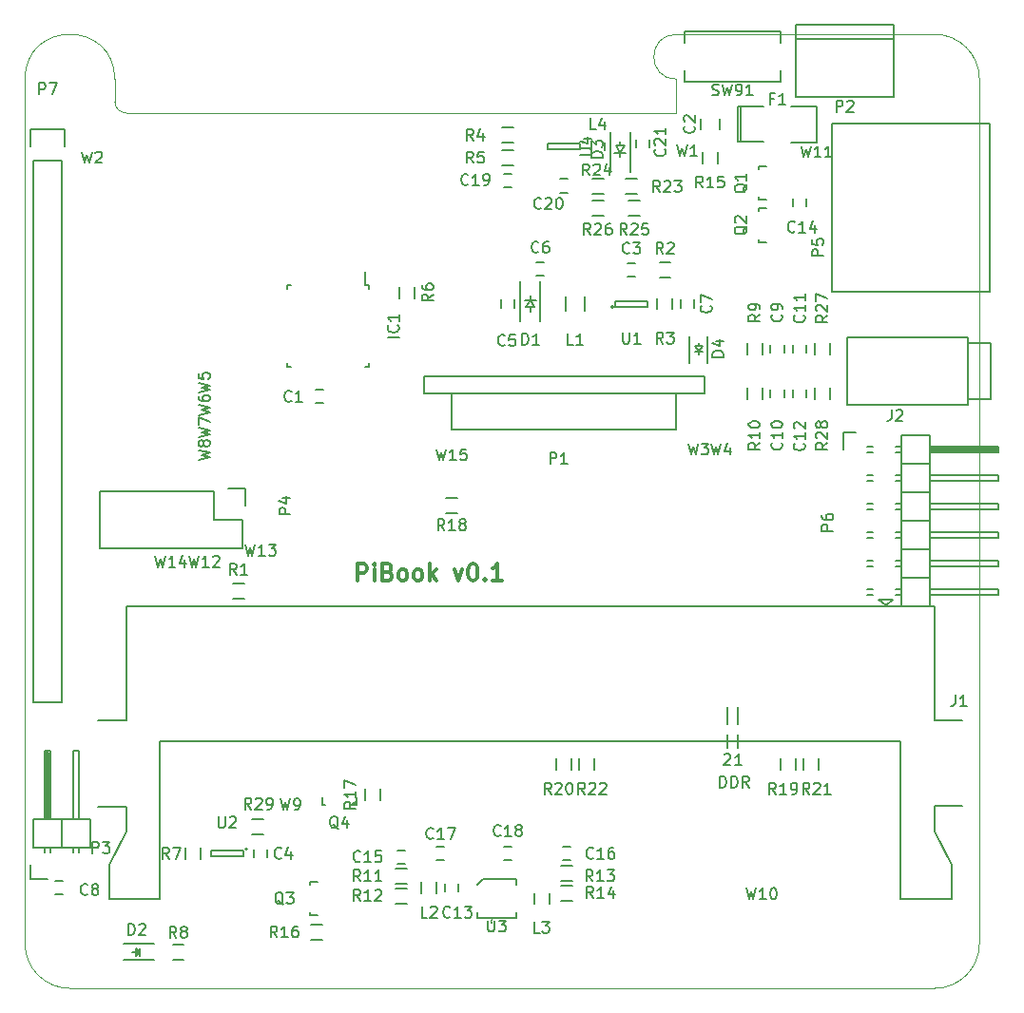
<source format=gto>
G04 #@! TF.FileFunction,Legend,Top*
%FSLAX46Y46*%
G04 Gerber Fmt 4.6, Leading zero omitted, Abs format (unit mm)*
G04 Created by KiCad (PCBNEW 4.0.3-stable) date 08/27/16 14:07:06*
%MOMM*%
%LPD*%
G01*
G04 APERTURE LIST*
%ADD10C,0.100000*%
%ADD11C,0.300000*%
%ADD12C,0.150000*%
%ADD13C,0.031750*%
G04 APERTURE END LIST*
D10*
D11*
X102607143Y-156678571D02*
X102607143Y-155178571D01*
X103178571Y-155178571D01*
X103321429Y-155250000D01*
X103392857Y-155321429D01*
X103464286Y-155464286D01*
X103464286Y-155678571D01*
X103392857Y-155821429D01*
X103321429Y-155892857D01*
X103178571Y-155964286D01*
X102607143Y-155964286D01*
X104107143Y-156678571D02*
X104107143Y-155678571D01*
X104107143Y-155178571D02*
X104035714Y-155250000D01*
X104107143Y-155321429D01*
X104178571Y-155250000D01*
X104107143Y-155178571D01*
X104107143Y-155321429D01*
X105321429Y-155892857D02*
X105535715Y-155964286D01*
X105607143Y-156035714D01*
X105678572Y-156178571D01*
X105678572Y-156392857D01*
X105607143Y-156535714D01*
X105535715Y-156607143D01*
X105392857Y-156678571D01*
X104821429Y-156678571D01*
X104821429Y-155178571D01*
X105321429Y-155178571D01*
X105464286Y-155250000D01*
X105535715Y-155321429D01*
X105607143Y-155464286D01*
X105607143Y-155607143D01*
X105535715Y-155750000D01*
X105464286Y-155821429D01*
X105321429Y-155892857D01*
X104821429Y-155892857D01*
X106535715Y-156678571D02*
X106392857Y-156607143D01*
X106321429Y-156535714D01*
X106250000Y-156392857D01*
X106250000Y-155964286D01*
X106321429Y-155821429D01*
X106392857Y-155750000D01*
X106535715Y-155678571D01*
X106750000Y-155678571D01*
X106892857Y-155750000D01*
X106964286Y-155821429D01*
X107035715Y-155964286D01*
X107035715Y-156392857D01*
X106964286Y-156535714D01*
X106892857Y-156607143D01*
X106750000Y-156678571D01*
X106535715Y-156678571D01*
X107892858Y-156678571D02*
X107750000Y-156607143D01*
X107678572Y-156535714D01*
X107607143Y-156392857D01*
X107607143Y-155964286D01*
X107678572Y-155821429D01*
X107750000Y-155750000D01*
X107892858Y-155678571D01*
X108107143Y-155678571D01*
X108250000Y-155750000D01*
X108321429Y-155821429D01*
X108392858Y-155964286D01*
X108392858Y-156392857D01*
X108321429Y-156535714D01*
X108250000Y-156607143D01*
X108107143Y-156678571D01*
X107892858Y-156678571D01*
X109035715Y-156678571D02*
X109035715Y-155178571D01*
X109178572Y-156107143D02*
X109607143Y-156678571D01*
X109607143Y-155678571D02*
X109035715Y-156250000D01*
X111250001Y-155678571D02*
X111607144Y-156678571D01*
X111964286Y-155678571D01*
X112821429Y-155178571D02*
X112964286Y-155178571D01*
X113107143Y-155250000D01*
X113178572Y-155321429D01*
X113250001Y-155464286D01*
X113321429Y-155750000D01*
X113321429Y-156107143D01*
X113250001Y-156392857D01*
X113178572Y-156535714D01*
X113107143Y-156607143D01*
X112964286Y-156678571D01*
X112821429Y-156678571D01*
X112678572Y-156607143D01*
X112607143Y-156535714D01*
X112535715Y-156392857D01*
X112464286Y-156107143D01*
X112464286Y-155750000D01*
X112535715Y-155464286D01*
X112607143Y-155321429D01*
X112678572Y-155250000D01*
X112821429Y-155178571D01*
X113964286Y-156535714D02*
X114035714Y-156607143D01*
X113964286Y-156678571D01*
X113892857Y-156607143D01*
X113964286Y-156535714D01*
X113964286Y-156678571D01*
X115464286Y-156678571D02*
X114607143Y-156678571D01*
X115035715Y-156678571D02*
X115035715Y-155178571D01*
X114892858Y-155392857D01*
X114750000Y-155535714D01*
X114607143Y-155607143D01*
D10*
X73000000Y-189000000D02*
X73000000Y-112000000D01*
X73000000Y-189000000D02*
G75*
G03X77000000Y-193000000I4000000J0D01*
G01*
X154000000Y-193000000D02*
X77000000Y-193000000D01*
X154000000Y-193000000D02*
G75*
G03X158000000Y-189000000I0J4000000D01*
G01*
X158000000Y-112000000D02*
X158000000Y-189000000D01*
X158000000Y-112000000D02*
G75*
G03X154000000Y-108000000I-4000000J0D01*
G01*
X131000000Y-108000000D02*
X154000000Y-108000000D01*
X131000000Y-115000000D02*
X131000000Y-112000000D01*
X131000000Y-108000000D02*
G75*
G03X131000000Y-112000000I0J-2000000D01*
G01*
X82000000Y-115000000D02*
X131000000Y-115000000D01*
X81000000Y-114000000D02*
G75*
G03X82000000Y-115000000I1000000J0D01*
G01*
X81000000Y-112000000D02*
X81000000Y-114000000D01*
X81000000Y-112000000D02*
G75*
G03X73000000Y-112000000I-4000000J0D01*
G01*
D12*
X82000000Y-159000000D02*
X82000000Y-169100000D01*
X82000000Y-179000000D02*
X82000000Y-176800000D01*
X82000000Y-176800000D02*
X79500000Y-176800000D01*
X82000000Y-169100000D02*
X79500000Y-169100000D01*
X154000000Y-169100000D02*
X154000000Y-159000000D01*
X154000000Y-179000000D02*
X154000000Y-176700000D01*
X154000000Y-176700000D02*
X156500000Y-176700000D01*
X154000000Y-169100000D02*
X156500000Y-169100000D01*
X149650000Y-158850000D02*
X149050000Y-158350000D01*
X149050000Y-158350000D02*
X150250000Y-158350000D01*
X150250000Y-158350000D02*
X149650000Y-158850000D01*
X136450000Y-169500000D02*
X136450000Y-167900000D01*
X135550000Y-169500000D02*
X135550000Y-167900000D01*
X135550000Y-170350000D02*
X135550000Y-171600000D01*
X136450000Y-170350000D02*
X136450000Y-171600000D01*
X155500000Y-185000000D02*
X155500000Y-182000000D01*
X155500000Y-182000000D02*
X154000000Y-179000000D01*
X154000000Y-159000000D02*
X82000000Y-159000000D01*
X82000000Y-179000000D02*
X80500000Y-182000000D01*
X80500000Y-182000000D02*
X80500000Y-185000000D01*
X80500000Y-185000000D02*
X85000000Y-185000000D01*
X85000000Y-185000000D02*
X85000000Y-171000000D01*
X85000000Y-171000000D02*
X118000000Y-171000000D01*
X118000000Y-171000000D02*
X151000000Y-171000000D01*
X151000000Y-171000000D02*
X151000000Y-185000000D01*
X151000000Y-185000000D02*
X155500000Y-185000000D01*
X121350000Y-122100000D02*
X120650000Y-122100000D01*
X120650000Y-120900000D02*
X121350000Y-120900000D01*
X123500000Y-120825000D02*
X124500000Y-120825000D01*
X124500000Y-122175000D02*
X123500000Y-122175000D01*
X123500000Y-122825000D02*
X124500000Y-122825000D01*
X124500000Y-124175000D02*
X123500000Y-124175000D01*
X126750000Y-122825000D02*
X127750000Y-122825000D01*
X127750000Y-124175000D02*
X126750000Y-124175000D01*
X126500000Y-120825000D02*
X127500000Y-120825000D01*
X127500000Y-122175000D02*
X126500000Y-122175000D01*
X121125000Y-132600000D02*
X121125000Y-131400000D01*
X122875000Y-131400000D02*
X122875000Y-132600000D01*
X130500000Y-129675000D02*
X129500000Y-129675000D01*
X129500000Y-128325000D02*
X130500000Y-128325000D01*
X126650000Y-128400000D02*
X127350000Y-128400000D01*
X127350000Y-129600000D02*
X126650000Y-129600000D01*
X131400000Y-132350000D02*
X131400000Y-131650000D01*
X132600000Y-131650000D02*
X132600000Y-132350000D01*
X116600000Y-131650000D02*
X116600000Y-132350000D01*
X115400000Y-132350000D02*
X115400000Y-131650000D01*
X130675000Y-131500000D02*
X130675000Y-132500000D01*
X129325000Y-132500000D02*
X129325000Y-131500000D01*
X125400000Y-132300000D02*
G75*
G03X125400000Y-132300000I-100000J0D01*
G01*
X125550000Y-131750000D02*
X125550000Y-132250000D01*
X128450000Y-131750000D02*
X125550000Y-131750000D01*
X128450000Y-132250000D02*
X128450000Y-131750000D01*
X125550000Y-132250000D02*
X128450000Y-132250000D01*
X118550000Y-128300000D02*
X119250000Y-128300000D01*
X119250000Y-129500000D02*
X118550000Y-129500000D01*
X118000000Y-132317500D02*
X118000000Y-132698500D01*
X118000000Y-131301500D02*
X118000000Y-131682500D01*
X118000000Y-131682500D02*
X118381000Y-132317500D01*
X118381000Y-132317500D02*
X117619000Y-132317500D01*
X117619000Y-132317500D02*
X118000000Y-131682500D01*
X118508000Y-131682500D02*
X117492000Y-131682500D01*
X117100000Y-130000000D02*
X117100000Y-133540000D01*
X118900000Y-130000000D02*
X118900000Y-133540000D01*
X98900000Y-139650000D02*
X99600000Y-139650000D01*
X99600000Y-140850000D02*
X98900000Y-140850000D01*
X133150000Y-115500000D02*
X133150000Y-116500000D01*
X134850000Y-116500000D02*
X134850000Y-115500000D01*
X93400000Y-181350000D02*
X93400000Y-180650000D01*
X94600000Y-180650000D02*
X94600000Y-181350000D01*
X75650000Y-183400000D02*
X76350000Y-183400000D01*
X76350000Y-184600000D02*
X75650000Y-184600000D01*
X140600000Y-135650000D02*
X140600000Y-136350000D01*
X139400000Y-136350000D02*
X139400000Y-135650000D01*
X140600000Y-139650000D02*
X140600000Y-140350000D01*
X139400000Y-140350000D02*
X139400000Y-139650000D01*
X142600000Y-135650000D02*
X142600000Y-136350000D01*
X141400000Y-136350000D02*
X141400000Y-135650000D01*
X142600000Y-139650000D02*
X142600000Y-140350000D01*
X141400000Y-140350000D02*
X141400000Y-139650000D01*
X110400000Y-184350000D02*
X110400000Y-183650000D01*
X111600000Y-183650000D02*
X111600000Y-184350000D01*
X141400000Y-123350000D02*
X141400000Y-122650000D01*
X142600000Y-122650000D02*
X142600000Y-123350000D01*
X106850000Y-181900000D02*
X106150000Y-181900000D01*
X106150000Y-180700000D02*
X106850000Y-180700000D01*
X120900000Y-180400000D02*
X121600000Y-180400000D01*
X121600000Y-181600000D02*
X120900000Y-181600000D01*
X109650000Y-180400000D02*
X110350000Y-180400000D01*
X110350000Y-181600000D02*
X109650000Y-181600000D01*
X116350000Y-181600000D02*
X115650000Y-181600000D01*
X115650000Y-180400000D02*
X116350000Y-180400000D01*
X115650000Y-120400000D02*
X116350000Y-120400000D01*
X116350000Y-121600000D02*
X115650000Y-121600000D01*
X84500000Y-189000000D02*
X81800000Y-189000000D01*
X84500000Y-190500000D02*
X81800000Y-190500000D01*
X83000000Y-189600000D02*
X83000000Y-189850000D01*
X83000000Y-189850000D02*
X83150000Y-189700000D01*
X83250000Y-190100000D02*
X83250000Y-189400000D01*
X82900000Y-189750000D02*
X82550000Y-189750000D01*
X83250000Y-189750000D02*
X82900000Y-190100000D01*
X82900000Y-190100000D02*
X82900000Y-189400000D01*
X82900000Y-189400000D02*
X83250000Y-189750000D01*
X136700000Y-114400000D02*
X136700000Y-117600000D01*
X143500120Y-114399800D02*
X143500120Y-117600200D01*
X136500000Y-114400000D02*
X136500000Y-117600000D01*
X141196340Y-117605280D02*
X143482340Y-117605280D01*
X143482340Y-114394720D02*
X141196340Y-114394720D01*
X138800000Y-114400000D02*
X136500000Y-114400000D01*
X136500000Y-117600000D02*
X138800000Y-117600000D01*
X103625000Y-130375000D02*
X103325000Y-130375000D01*
X103625000Y-137625000D02*
X103325000Y-137625000D01*
X96375000Y-137625000D02*
X96675000Y-137625000D01*
X96375000Y-130375000D02*
X96675000Y-130375000D01*
X103625000Y-130375000D02*
X103625000Y-130675000D01*
X96375000Y-130375000D02*
X96375000Y-130675000D01*
X96375000Y-137625000D02*
X96375000Y-137325000D01*
X103625000Y-137625000D02*
X103625000Y-137325000D01*
X103325000Y-130375000D02*
X103325000Y-129150000D01*
X157000000Y-140500000D02*
X159000000Y-140500000D01*
X159000000Y-140500000D02*
X159000000Y-135500000D01*
X159000000Y-135500000D02*
X157000000Y-135500000D01*
X157000000Y-141000000D02*
X146250000Y-141000000D01*
X146250000Y-141000000D02*
X146250000Y-135000000D01*
X146250000Y-135000000D02*
X157000000Y-135000000D01*
X157000000Y-135000000D02*
X157000000Y-141000000D01*
X109675000Y-183500000D02*
X109675000Y-184500000D01*
X108325000Y-184500000D02*
X108325000Y-183500000D01*
X119675000Y-184500000D02*
X119675000Y-185500000D01*
X118325000Y-185500000D02*
X118325000Y-184500000D01*
X111000000Y-140000000D02*
X111000000Y-143250000D01*
X111000000Y-143250000D02*
X131000000Y-143250000D01*
X131000000Y-143250000D02*
X131000000Y-140500000D01*
X131000000Y-140500000D02*
X131000000Y-140000000D01*
X108500000Y-140000000D02*
X108500000Y-138500000D01*
X108500000Y-138500000D02*
X133500000Y-138500000D01*
X133500000Y-138500000D02*
X133500000Y-140000000D01*
X133500000Y-140000000D02*
X108500000Y-140000000D01*
X150350900Y-107182540D02*
X141650900Y-107182540D01*
X150350900Y-113587540D02*
X141650900Y-113587540D01*
X141650900Y-113587540D02*
X141650900Y-107182540D01*
X141650900Y-108412540D02*
X150350900Y-108412540D01*
X150350900Y-107182540D02*
X150350900Y-113587540D01*
X73450000Y-183300000D02*
X75000000Y-183300000D01*
X73450000Y-182000000D02*
X73450000Y-183300000D01*
X74873000Y-177809000D02*
X74873000Y-171967000D01*
X74873000Y-171967000D02*
X75127000Y-171967000D01*
X75127000Y-171967000D02*
X75127000Y-177809000D01*
X75127000Y-177809000D02*
X75000000Y-177809000D01*
X75000000Y-177809000D02*
X75000000Y-171967000D01*
X74746000Y-180476000D02*
X74746000Y-180857000D01*
X75254000Y-180476000D02*
X75254000Y-180857000D01*
X77286000Y-180476000D02*
X77286000Y-180857000D01*
X77794000Y-180476000D02*
X77794000Y-180857000D01*
X73730000Y-180476000D02*
X73730000Y-177936000D01*
X76270000Y-180476000D02*
X76270000Y-177936000D01*
X76270000Y-180476000D02*
X78810000Y-180476000D01*
X78810000Y-180476000D02*
X78810000Y-177936000D01*
X77286000Y-177936000D02*
X77286000Y-171840000D01*
X77286000Y-171840000D02*
X77794000Y-171840000D01*
X77794000Y-171840000D02*
X77794000Y-177936000D01*
X78810000Y-177936000D02*
X76270000Y-177936000D01*
X76270000Y-177936000D02*
X73730000Y-177936000D01*
X75254000Y-171840000D02*
X75254000Y-177936000D01*
X74746000Y-171840000D02*
X75254000Y-171840000D01*
X74746000Y-177936000D02*
X74746000Y-171840000D01*
X76270000Y-180476000D02*
X76270000Y-177936000D01*
X73730000Y-180476000D02*
X76270000Y-180476000D01*
X92350000Y-153810000D02*
X79650000Y-153810000D01*
X79650000Y-153810000D02*
X79650000Y-148730000D01*
X79650000Y-148730000D02*
X89810000Y-148730000D01*
X92350000Y-153810000D02*
X92350000Y-151270000D01*
X92630000Y-150000000D02*
X92630000Y-148450000D01*
X92350000Y-151270000D02*
X89810000Y-151270000D01*
X89810000Y-151270000D02*
X89810000Y-148730000D01*
X92630000Y-148450000D02*
X91080000Y-148450000D01*
X144854880Y-115950140D02*
X158951880Y-115950140D01*
X158951880Y-130936140D02*
X144854880Y-130936140D01*
X144854880Y-115950140D02*
X144854880Y-130936140D01*
X158951880Y-115950140D02*
X158951880Y-130936140D01*
X148524000Y-157446000D02*
X148016000Y-157446000D01*
X148524000Y-157954000D02*
X148016000Y-157954000D01*
X148524000Y-155414000D02*
X148016000Y-155414000D01*
X148524000Y-154906000D02*
X148016000Y-154906000D01*
X148524000Y-152874000D02*
X148016000Y-152874000D01*
X148524000Y-152366000D02*
X148016000Y-152366000D01*
X148524000Y-144746000D02*
X148016000Y-144746000D01*
X148524000Y-145254000D02*
X148016000Y-145254000D01*
X148524000Y-150334000D02*
X148016000Y-150334000D01*
X148524000Y-149826000D02*
X148016000Y-149826000D01*
X148524000Y-147794000D02*
X148016000Y-147794000D01*
X148524000Y-147286000D02*
X148016000Y-147286000D01*
X151064000Y-157954000D02*
X150556000Y-157954000D01*
X151064000Y-157446000D02*
X150556000Y-157446000D01*
X151064000Y-155414000D02*
X150556000Y-155414000D01*
X151064000Y-154906000D02*
X150556000Y-154906000D01*
X151064000Y-144746000D02*
X150556000Y-144746000D01*
X151064000Y-145254000D02*
X150556000Y-145254000D01*
X151064000Y-147286000D02*
X150556000Y-147286000D01*
X151064000Y-147794000D02*
X150556000Y-147794000D01*
X151064000Y-152874000D02*
X150556000Y-152874000D01*
X151064000Y-152366000D02*
X150556000Y-152366000D01*
X151064000Y-150334000D02*
X150556000Y-150334000D01*
X151064000Y-149826000D02*
X150556000Y-149826000D01*
X147000000Y-143450000D02*
X145850000Y-143450000D01*
X145850000Y-143450000D02*
X145850000Y-145000000D01*
X153604000Y-144873000D02*
X159573000Y-144873000D01*
X159573000Y-144873000D02*
X159573000Y-145127000D01*
X159573000Y-145127000D02*
X153731000Y-145127000D01*
X153731000Y-145127000D02*
X153731000Y-145000000D01*
X153731000Y-145000000D02*
X159573000Y-145000000D01*
X151064000Y-153890000D02*
X153604000Y-153890000D01*
X151064000Y-153890000D02*
X151064000Y-156430000D01*
X151064000Y-156430000D02*
X153604000Y-156430000D01*
X153604000Y-154906000D02*
X159700000Y-154906000D01*
X159700000Y-154906000D02*
X159700000Y-155414000D01*
X159700000Y-155414000D02*
X153604000Y-155414000D01*
X153604000Y-156430000D02*
X153604000Y-153890000D01*
X153604000Y-158970000D02*
X153604000Y-156430000D01*
X159700000Y-157954000D02*
X153604000Y-157954000D01*
X159700000Y-157446000D02*
X159700000Y-157954000D01*
X153604000Y-157446000D02*
X159700000Y-157446000D01*
X151064000Y-156430000D02*
X151064000Y-158970000D01*
X151064000Y-156430000D02*
X153604000Y-156430000D01*
X151064000Y-158970000D02*
X153604000Y-158970000D01*
X151064000Y-148810000D02*
X153604000Y-148810000D01*
X151064000Y-148810000D02*
X151064000Y-151350000D01*
X151064000Y-151350000D02*
X153604000Y-151350000D01*
X153604000Y-149826000D02*
X159700000Y-149826000D01*
X159700000Y-149826000D02*
X159700000Y-150334000D01*
X159700000Y-150334000D02*
X153604000Y-150334000D01*
X153604000Y-151350000D02*
X153604000Y-148810000D01*
X153604000Y-153890000D02*
X153604000Y-151350000D01*
X159700000Y-152874000D02*
X153604000Y-152874000D01*
X159700000Y-152366000D02*
X159700000Y-152874000D01*
X153604000Y-152366000D02*
X159700000Y-152366000D01*
X151064000Y-153890000D02*
X153604000Y-153890000D01*
X151064000Y-151350000D02*
X151064000Y-153890000D01*
X151064000Y-151350000D02*
X153604000Y-151350000D01*
X151064000Y-146270000D02*
X153604000Y-146270000D01*
X151064000Y-146270000D02*
X151064000Y-148810000D01*
X151064000Y-148810000D02*
X153604000Y-148810000D01*
X153604000Y-147286000D02*
X159700000Y-147286000D01*
X159700000Y-147286000D02*
X159700000Y-147794000D01*
X159700000Y-147794000D02*
X153604000Y-147794000D01*
X153604000Y-148810000D02*
X153604000Y-146270000D01*
X153604000Y-146270000D02*
X153604000Y-143730000D01*
X159700000Y-145254000D02*
X153604000Y-145254000D01*
X159700000Y-144746000D02*
X159700000Y-145254000D01*
X153604000Y-144746000D02*
X159700000Y-144746000D01*
X151064000Y-146270000D02*
X153604000Y-146270000D01*
X151064000Y-143730000D02*
X151064000Y-146270000D01*
X151064000Y-143730000D02*
X153604000Y-143730000D01*
X138349760Y-119950840D02*
X138349760Y-119999100D01*
X139050800Y-122749820D02*
X138349760Y-122749820D01*
X138349760Y-122749820D02*
X138349760Y-122500900D01*
X138349760Y-119950840D02*
X138349760Y-119750180D01*
X138349760Y-119750180D02*
X139050800Y-119750180D01*
X138349760Y-123700840D02*
X138349760Y-123749100D01*
X139050800Y-126499820D02*
X138349760Y-126499820D01*
X138349760Y-126499820D02*
X138349760Y-126250900D01*
X138349760Y-123700840D02*
X138349760Y-123500180D01*
X138349760Y-123500180D02*
X139050800Y-123500180D01*
X98349760Y-183700840D02*
X98349760Y-183749100D01*
X99050800Y-186499820D02*
X98349760Y-186499820D01*
X98349760Y-186499820D02*
X98349760Y-186250900D01*
X98349760Y-183700840D02*
X98349760Y-183500180D01*
X98349760Y-183500180D02*
X99050800Y-183500180D01*
X99700840Y-176650240D02*
X99749100Y-176650240D01*
X102499820Y-175949200D02*
X102499820Y-176650240D01*
X102499820Y-176650240D02*
X102250900Y-176650240D01*
X99700840Y-176650240D02*
X99500180Y-176650240D01*
X99500180Y-176650240D02*
X99500180Y-175949200D01*
X92500000Y-158275000D02*
X91500000Y-158275000D01*
X91500000Y-156925000D02*
X92500000Y-156925000D01*
X115500000Y-116325000D02*
X116500000Y-116325000D01*
X116500000Y-117675000D02*
X115500000Y-117675000D01*
X116500000Y-119675000D02*
X115500000Y-119675000D01*
X115500000Y-118325000D02*
X116500000Y-118325000D01*
X106325000Y-131500000D02*
X106325000Y-130500000D01*
X107675000Y-130500000D02*
X107675000Y-131500000D01*
X87325000Y-181500000D02*
X87325000Y-180500000D01*
X88675000Y-180500000D02*
X88675000Y-181500000D01*
X87150000Y-190425000D02*
X86150000Y-190425000D01*
X86150000Y-189075000D02*
X87150000Y-189075000D01*
X137325000Y-136500000D02*
X137325000Y-135500000D01*
X138675000Y-135500000D02*
X138675000Y-136500000D01*
X137325000Y-140500000D02*
X137325000Y-139500000D01*
X138675000Y-139500000D02*
X138675000Y-140500000D01*
X106000000Y-182325000D02*
X107000000Y-182325000D01*
X107000000Y-183675000D02*
X106000000Y-183675000D01*
X106000000Y-184075000D02*
X107000000Y-184075000D01*
X107000000Y-185425000D02*
X106000000Y-185425000D01*
X121750000Y-183425000D02*
X120750000Y-183425000D01*
X120750000Y-182075000D02*
X121750000Y-182075000D01*
X121750000Y-185175000D02*
X120750000Y-185175000D01*
X120750000Y-183825000D02*
X121750000Y-183825000D01*
X134675000Y-118500000D02*
X134675000Y-119500000D01*
X133325000Y-119500000D02*
X133325000Y-118500000D01*
X98500000Y-187325000D02*
X99500000Y-187325000D01*
X99500000Y-188675000D02*
X98500000Y-188675000D01*
X104675000Y-175250000D02*
X104675000Y-176250000D01*
X103325000Y-176250000D02*
X103325000Y-175250000D01*
X111500000Y-150675000D02*
X110500000Y-150675000D01*
X110500000Y-149325000D02*
X111500000Y-149325000D01*
X140325000Y-173500000D02*
X140325000Y-172500000D01*
X141675000Y-172500000D02*
X141675000Y-173500000D01*
X120325000Y-173500000D02*
X120325000Y-172500000D01*
X121675000Y-172500000D02*
X121675000Y-173500000D01*
X142325000Y-173500000D02*
X142325000Y-172500000D01*
X143675000Y-172500000D02*
X143675000Y-173500000D01*
X122325000Y-173500000D02*
X122325000Y-172500000D01*
X123675000Y-172500000D02*
X123675000Y-173500000D01*
X131750000Y-108750000D02*
X131750000Y-107750000D01*
X131750000Y-107750000D02*
X140250000Y-107750000D01*
X140250000Y-107750000D02*
X140250000Y-108750000D01*
X140250000Y-111250000D02*
X140250000Y-112250000D01*
X140250000Y-112250000D02*
X131750000Y-112250000D01*
X131750000Y-112250000D02*
X131750000Y-111250000D01*
X92800000Y-180600000D02*
G75*
G03X92800000Y-180600000I-100000J0D01*
G01*
X92450000Y-181250000D02*
X92450000Y-180750000D01*
X89550000Y-181250000D02*
X92450000Y-181250000D01*
X89550000Y-180750000D02*
X89550000Y-181250000D01*
X92450000Y-180750000D02*
X89550000Y-180750000D01*
X113250000Y-186750000D02*
X113250000Y-186250000D01*
X116750000Y-186750000D02*
X116750000Y-186250000D01*
X116750000Y-183250000D02*
X116750000Y-183750000D01*
X113750000Y-183250000D02*
X113250000Y-183750000D01*
X116750000Y-183250000D02*
X113750000Y-183250000D01*
X116750000Y-186750000D02*
X113250000Y-186750000D01*
X76270000Y-119270000D02*
X76270000Y-167530000D01*
X76270000Y-167530000D02*
X73730000Y-167530000D01*
X73730000Y-167530000D02*
X73730000Y-119270000D01*
X76550000Y-116450000D02*
X76550000Y-118000000D01*
X76270000Y-119270000D02*
X73730000Y-119270000D01*
X73450000Y-118000000D02*
X73450000Y-116450000D01*
X73450000Y-116450000D02*
X76550000Y-116450000D01*
X126000000Y-117932500D02*
X126000000Y-117551500D01*
X126000000Y-118948500D02*
X126000000Y-118567500D01*
X126000000Y-118567500D02*
X125619000Y-117932500D01*
X125619000Y-117932500D02*
X126381000Y-117932500D01*
X126381000Y-117932500D02*
X126000000Y-118567500D01*
X125492000Y-118567500D02*
X126508000Y-118567500D01*
X126900000Y-120250000D02*
X126900000Y-116710000D01*
X125100000Y-120250000D02*
X125100000Y-116710000D01*
X123400000Y-118350000D02*
X123400000Y-117650000D01*
X124600000Y-117650000D02*
X124600000Y-118350000D01*
X122800000Y-117600000D02*
G75*
G03X122800000Y-117600000I-100000J0D01*
G01*
X122450000Y-118250000D02*
X122450000Y-117750000D01*
X119550000Y-118250000D02*
X122450000Y-118250000D01*
X119550000Y-117750000D02*
X119550000Y-118250000D01*
X122450000Y-117750000D02*
X119550000Y-117750000D01*
X127400000Y-118100000D02*
X127400000Y-117400000D01*
X128600000Y-117400000D02*
X128600000Y-118100000D01*
X144675000Y-135500000D02*
X144675000Y-136500000D01*
X143325000Y-136500000D02*
X143325000Y-135500000D01*
X144675000Y-139500000D02*
X144675000Y-140500000D01*
X143325000Y-140500000D02*
X143325000Y-139500000D01*
X93250000Y-177925000D02*
X94250000Y-177925000D01*
X94250000Y-179275000D02*
X93250000Y-179275000D01*
X133000000Y-135750000D02*
X133000000Y-135500000D01*
X133000000Y-136250000D02*
X133000000Y-136500000D01*
X133000000Y-136250000D02*
X132650000Y-135750000D01*
X132650000Y-135750000D02*
X133350000Y-135750000D01*
X133350000Y-135750000D02*
X133000000Y-136250000D01*
X132650000Y-136250000D02*
X133350000Y-136250000D01*
X133800000Y-137300000D02*
X133800000Y-134900000D01*
X132200000Y-137300000D02*
X132200000Y-134900000D01*
X155866667Y-166852381D02*
X155866667Y-167566667D01*
X155819047Y-167709524D01*
X155723809Y-167804762D01*
X155580952Y-167852381D01*
X155485714Y-167852381D01*
X156866667Y-167852381D02*
X156295238Y-167852381D01*
X156580952Y-167852381D02*
X156580952Y-166852381D01*
X156485714Y-166995238D01*
X156390476Y-167090476D01*
X156295238Y-167138095D01*
X134888095Y-175102381D02*
X134888095Y-174102381D01*
X135126190Y-174102381D01*
X135269048Y-174150000D01*
X135364286Y-174245238D01*
X135411905Y-174340476D01*
X135459524Y-174530952D01*
X135459524Y-174673810D01*
X135411905Y-174864286D01*
X135364286Y-174959524D01*
X135269048Y-175054762D01*
X135126190Y-175102381D01*
X134888095Y-175102381D01*
X135888095Y-175102381D02*
X135888095Y-174102381D01*
X136126190Y-174102381D01*
X136269048Y-174150000D01*
X136364286Y-174245238D01*
X136411905Y-174340476D01*
X136459524Y-174530952D01*
X136459524Y-174673810D01*
X136411905Y-174864286D01*
X136364286Y-174959524D01*
X136269048Y-175054762D01*
X136126190Y-175102381D01*
X135888095Y-175102381D01*
X137459524Y-175102381D02*
X137126190Y-174626190D01*
X136888095Y-175102381D02*
X136888095Y-174102381D01*
X137269048Y-174102381D01*
X137364286Y-174150000D01*
X137411905Y-174197619D01*
X137459524Y-174292857D01*
X137459524Y-174435714D01*
X137411905Y-174530952D01*
X137364286Y-174578571D01*
X137269048Y-174626190D01*
X136888095Y-174626190D01*
X136835715Y-173102381D02*
X136264286Y-173102381D01*
X136550000Y-173102381D02*
X136550000Y-172102381D01*
X136454762Y-172245238D01*
X136359524Y-172340476D01*
X136264286Y-172388095D01*
X135264286Y-172197619D02*
X135311905Y-172150000D01*
X135407143Y-172102381D01*
X135645239Y-172102381D01*
X135740477Y-172150000D01*
X135788096Y-172197619D01*
X135835715Y-172292857D01*
X135835715Y-172388095D01*
X135788096Y-172530952D01*
X135216667Y-173102381D01*
X135835715Y-173102381D01*
X118957143Y-123457143D02*
X118909524Y-123504762D01*
X118766667Y-123552381D01*
X118671429Y-123552381D01*
X118528571Y-123504762D01*
X118433333Y-123409524D01*
X118385714Y-123314286D01*
X118338095Y-123123810D01*
X118338095Y-122980952D01*
X118385714Y-122790476D01*
X118433333Y-122695238D01*
X118528571Y-122600000D01*
X118671429Y-122552381D01*
X118766667Y-122552381D01*
X118909524Y-122600000D01*
X118957143Y-122647619D01*
X119338095Y-122647619D02*
X119385714Y-122600000D01*
X119480952Y-122552381D01*
X119719048Y-122552381D01*
X119814286Y-122600000D01*
X119861905Y-122647619D01*
X119909524Y-122742857D01*
X119909524Y-122838095D01*
X119861905Y-122980952D01*
X119290476Y-123552381D01*
X119909524Y-123552381D01*
X120528571Y-122552381D02*
X120623810Y-122552381D01*
X120719048Y-122600000D01*
X120766667Y-122647619D01*
X120814286Y-122742857D01*
X120861905Y-122933333D01*
X120861905Y-123171429D01*
X120814286Y-123361905D01*
X120766667Y-123457143D01*
X120719048Y-123504762D01*
X120623810Y-123552381D01*
X120528571Y-123552381D01*
X120433333Y-123504762D01*
X120385714Y-123457143D01*
X120338095Y-123361905D01*
X120290476Y-123171429D01*
X120290476Y-122933333D01*
X120338095Y-122742857D01*
X120385714Y-122647619D01*
X120433333Y-122600000D01*
X120528571Y-122552381D01*
X123257143Y-120552381D02*
X122923809Y-120076190D01*
X122685714Y-120552381D02*
X122685714Y-119552381D01*
X123066667Y-119552381D01*
X123161905Y-119600000D01*
X123209524Y-119647619D01*
X123257143Y-119742857D01*
X123257143Y-119885714D01*
X123209524Y-119980952D01*
X123161905Y-120028571D01*
X123066667Y-120076190D01*
X122685714Y-120076190D01*
X123638095Y-119647619D02*
X123685714Y-119600000D01*
X123780952Y-119552381D01*
X124019048Y-119552381D01*
X124114286Y-119600000D01*
X124161905Y-119647619D01*
X124209524Y-119742857D01*
X124209524Y-119838095D01*
X124161905Y-119980952D01*
X123590476Y-120552381D01*
X124209524Y-120552381D01*
X125066667Y-119885714D02*
X125066667Y-120552381D01*
X124828571Y-119504762D02*
X124590476Y-120219048D01*
X125209524Y-120219048D01*
X123357143Y-125852381D02*
X123023809Y-125376190D01*
X122785714Y-125852381D02*
X122785714Y-124852381D01*
X123166667Y-124852381D01*
X123261905Y-124900000D01*
X123309524Y-124947619D01*
X123357143Y-125042857D01*
X123357143Y-125185714D01*
X123309524Y-125280952D01*
X123261905Y-125328571D01*
X123166667Y-125376190D01*
X122785714Y-125376190D01*
X123738095Y-124947619D02*
X123785714Y-124900000D01*
X123880952Y-124852381D01*
X124119048Y-124852381D01*
X124214286Y-124900000D01*
X124261905Y-124947619D01*
X124309524Y-125042857D01*
X124309524Y-125138095D01*
X124261905Y-125280952D01*
X123690476Y-125852381D01*
X124309524Y-125852381D01*
X125166667Y-124852381D02*
X124976190Y-124852381D01*
X124880952Y-124900000D01*
X124833333Y-124947619D01*
X124738095Y-125090476D01*
X124690476Y-125280952D01*
X124690476Y-125661905D01*
X124738095Y-125757143D01*
X124785714Y-125804762D01*
X124880952Y-125852381D01*
X125071429Y-125852381D01*
X125166667Y-125804762D01*
X125214286Y-125757143D01*
X125261905Y-125661905D01*
X125261905Y-125423810D01*
X125214286Y-125328571D01*
X125166667Y-125280952D01*
X125071429Y-125233333D01*
X124880952Y-125233333D01*
X124785714Y-125280952D01*
X124738095Y-125328571D01*
X124690476Y-125423810D01*
X126607143Y-125852381D02*
X126273809Y-125376190D01*
X126035714Y-125852381D02*
X126035714Y-124852381D01*
X126416667Y-124852381D01*
X126511905Y-124900000D01*
X126559524Y-124947619D01*
X126607143Y-125042857D01*
X126607143Y-125185714D01*
X126559524Y-125280952D01*
X126511905Y-125328571D01*
X126416667Y-125376190D01*
X126035714Y-125376190D01*
X126988095Y-124947619D02*
X127035714Y-124900000D01*
X127130952Y-124852381D01*
X127369048Y-124852381D01*
X127464286Y-124900000D01*
X127511905Y-124947619D01*
X127559524Y-125042857D01*
X127559524Y-125138095D01*
X127511905Y-125280952D01*
X126940476Y-125852381D01*
X127559524Y-125852381D01*
X128464286Y-124852381D02*
X127988095Y-124852381D01*
X127940476Y-125328571D01*
X127988095Y-125280952D01*
X128083333Y-125233333D01*
X128321429Y-125233333D01*
X128416667Y-125280952D01*
X128464286Y-125328571D01*
X128511905Y-125423810D01*
X128511905Y-125661905D01*
X128464286Y-125757143D01*
X128416667Y-125804762D01*
X128321429Y-125852381D01*
X128083333Y-125852381D01*
X127988095Y-125804762D01*
X127940476Y-125757143D01*
X129557143Y-122052381D02*
X129223809Y-121576190D01*
X128985714Y-122052381D02*
X128985714Y-121052381D01*
X129366667Y-121052381D01*
X129461905Y-121100000D01*
X129509524Y-121147619D01*
X129557143Y-121242857D01*
X129557143Y-121385714D01*
X129509524Y-121480952D01*
X129461905Y-121528571D01*
X129366667Y-121576190D01*
X128985714Y-121576190D01*
X129938095Y-121147619D02*
X129985714Y-121100000D01*
X130080952Y-121052381D01*
X130319048Y-121052381D01*
X130414286Y-121100000D01*
X130461905Y-121147619D01*
X130509524Y-121242857D01*
X130509524Y-121338095D01*
X130461905Y-121480952D01*
X129890476Y-122052381D01*
X130509524Y-122052381D01*
X130842857Y-121052381D02*
X131461905Y-121052381D01*
X131128571Y-121433333D01*
X131271429Y-121433333D01*
X131366667Y-121480952D01*
X131414286Y-121528571D01*
X131461905Y-121623810D01*
X131461905Y-121861905D01*
X131414286Y-121957143D01*
X131366667Y-122004762D01*
X131271429Y-122052381D01*
X130985714Y-122052381D01*
X130890476Y-122004762D01*
X130842857Y-121957143D01*
X121833334Y-135652381D02*
X121357143Y-135652381D01*
X121357143Y-134652381D01*
X122690477Y-135652381D02*
X122119048Y-135652381D01*
X122404762Y-135652381D02*
X122404762Y-134652381D01*
X122309524Y-134795238D01*
X122214286Y-134890476D01*
X122119048Y-134938095D01*
X132095238Y-144452381D02*
X132333333Y-145452381D01*
X132523810Y-144738095D01*
X132714286Y-145452381D01*
X132952381Y-144452381D01*
X133238095Y-144452381D02*
X133857143Y-144452381D01*
X133523809Y-144833333D01*
X133666667Y-144833333D01*
X133761905Y-144880952D01*
X133809524Y-144928571D01*
X133857143Y-145023810D01*
X133857143Y-145261905D01*
X133809524Y-145357143D01*
X133761905Y-145404762D01*
X133666667Y-145452381D01*
X133380952Y-145452381D01*
X133285714Y-145404762D01*
X133238095Y-145357143D01*
X134095238Y-144452381D02*
X134333333Y-145452381D01*
X134523810Y-144738095D01*
X134714286Y-145452381D01*
X134952381Y-144452381D01*
X135761905Y-144785714D02*
X135761905Y-145452381D01*
X135523809Y-144404762D02*
X135285714Y-145119048D01*
X135904762Y-145119048D01*
X129833334Y-127552381D02*
X129500000Y-127076190D01*
X129261905Y-127552381D02*
X129261905Y-126552381D01*
X129642858Y-126552381D01*
X129738096Y-126600000D01*
X129785715Y-126647619D01*
X129833334Y-126742857D01*
X129833334Y-126885714D01*
X129785715Y-126980952D01*
X129738096Y-127028571D01*
X129642858Y-127076190D01*
X129261905Y-127076190D01*
X130214286Y-126647619D02*
X130261905Y-126600000D01*
X130357143Y-126552381D01*
X130595239Y-126552381D01*
X130690477Y-126600000D01*
X130738096Y-126647619D01*
X130785715Y-126742857D01*
X130785715Y-126838095D01*
X130738096Y-126980952D01*
X130166667Y-127552381D01*
X130785715Y-127552381D01*
X126833334Y-127457143D02*
X126785715Y-127504762D01*
X126642858Y-127552381D01*
X126547620Y-127552381D01*
X126404762Y-127504762D01*
X126309524Y-127409524D01*
X126261905Y-127314286D01*
X126214286Y-127123810D01*
X126214286Y-126980952D01*
X126261905Y-126790476D01*
X126309524Y-126695238D01*
X126404762Y-126600000D01*
X126547620Y-126552381D01*
X126642858Y-126552381D01*
X126785715Y-126600000D01*
X126833334Y-126647619D01*
X127166667Y-126552381D02*
X127785715Y-126552381D01*
X127452381Y-126933333D01*
X127595239Y-126933333D01*
X127690477Y-126980952D01*
X127738096Y-127028571D01*
X127785715Y-127123810D01*
X127785715Y-127361905D01*
X127738096Y-127457143D01*
X127690477Y-127504762D01*
X127595239Y-127552381D01*
X127309524Y-127552381D01*
X127214286Y-127504762D01*
X127166667Y-127457143D01*
X134057143Y-132166666D02*
X134104762Y-132214285D01*
X134152381Y-132357142D01*
X134152381Y-132452380D01*
X134104762Y-132595238D01*
X134009524Y-132690476D01*
X133914286Y-132738095D01*
X133723810Y-132785714D01*
X133580952Y-132785714D01*
X133390476Y-132738095D01*
X133295238Y-132690476D01*
X133200000Y-132595238D01*
X133152381Y-132452380D01*
X133152381Y-132357142D01*
X133200000Y-132214285D01*
X133247619Y-132166666D01*
X133152381Y-131833333D02*
X133152381Y-131166666D01*
X134152381Y-131595238D01*
X115733334Y-135657143D02*
X115685715Y-135704762D01*
X115542858Y-135752381D01*
X115447620Y-135752381D01*
X115304762Y-135704762D01*
X115209524Y-135609524D01*
X115161905Y-135514286D01*
X115114286Y-135323810D01*
X115114286Y-135180952D01*
X115161905Y-134990476D01*
X115209524Y-134895238D01*
X115304762Y-134800000D01*
X115447620Y-134752381D01*
X115542858Y-134752381D01*
X115685715Y-134800000D01*
X115733334Y-134847619D01*
X116638096Y-134752381D02*
X116161905Y-134752381D01*
X116114286Y-135228571D01*
X116161905Y-135180952D01*
X116257143Y-135133333D01*
X116495239Y-135133333D01*
X116590477Y-135180952D01*
X116638096Y-135228571D01*
X116685715Y-135323810D01*
X116685715Y-135561905D01*
X116638096Y-135657143D01*
X116590477Y-135704762D01*
X116495239Y-135752381D01*
X116257143Y-135752381D01*
X116161905Y-135704762D01*
X116114286Y-135657143D01*
X129833334Y-135552381D02*
X129500000Y-135076190D01*
X129261905Y-135552381D02*
X129261905Y-134552381D01*
X129642858Y-134552381D01*
X129738096Y-134600000D01*
X129785715Y-134647619D01*
X129833334Y-134742857D01*
X129833334Y-134885714D01*
X129785715Y-134980952D01*
X129738096Y-135028571D01*
X129642858Y-135076190D01*
X129261905Y-135076190D01*
X130166667Y-134552381D02*
X130785715Y-134552381D01*
X130452381Y-134933333D01*
X130595239Y-134933333D01*
X130690477Y-134980952D01*
X130738096Y-135028571D01*
X130785715Y-135123810D01*
X130785715Y-135361905D01*
X130738096Y-135457143D01*
X130690477Y-135504762D01*
X130595239Y-135552381D01*
X130309524Y-135552381D01*
X130214286Y-135504762D01*
X130166667Y-135457143D01*
X126238095Y-134552381D02*
X126238095Y-135361905D01*
X126285714Y-135457143D01*
X126333333Y-135504762D01*
X126428571Y-135552381D01*
X126619048Y-135552381D01*
X126714286Y-135504762D01*
X126761905Y-135457143D01*
X126809524Y-135361905D01*
X126809524Y-134552381D01*
X127809524Y-135552381D02*
X127238095Y-135552381D01*
X127523809Y-135552381D02*
X127523809Y-134552381D01*
X127428571Y-134695238D01*
X127333333Y-134790476D01*
X127238095Y-134838095D01*
X118733334Y-127357143D02*
X118685715Y-127404762D01*
X118542858Y-127452381D01*
X118447620Y-127452381D01*
X118304762Y-127404762D01*
X118209524Y-127309524D01*
X118161905Y-127214286D01*
X118114286Y-127023810D01*
X118114286Y-126880952D01*
X118161905Y-126690476D01*
X118209524Y-126595238D01*
X118304762Y-126500000D01*
X118447620Y-126452381D01*
X118542858Y-126452381D01*
X118685715Y-126500000D01*
X118733334Y-126547619D01*
X119590477Y-126452381D02*
X119400000Y-126452381D01*
X119304762Y-126500000D01*
X119257143Y-126547619D01*
X119161905Y-126690476D01*
X119114286Y-126880952D01*
X119114286Y-127261905D01*
X119161905Y-127357143D01*
X119209524Y-127404762D01*
X119304762Y-127452381D01*
X119495239Y-127452381D01*
X119590477Y-127404762D01*
X119638096Y-127357143D01*
X119685715Y-127261905D01*
X119685715Y-127023810D01*
X119638096Y-126928571D01*
X119590477Y-126880952D01*
X119495239Y-126833333D01*
X119304762Y-126833333D01*
X119209524Y-126880952D01*
X119161905Y-126928571D01*
X119114286Y-127023810D01*
X117261905Y-135652381D02*
X117261905Y-134652381D01*
X117500000Y-134652381D01*
X117642858Y-134700000D01*
X117738096Y-134795238D01*
X117785715Y-134890476D01*
X117833334Y-135080952D01*
X117833334Y-135223810D01*
X117785715Y-135414286D01*
X117738096Y-135509524D01*
X117642858Y-135604762D01*
X117500000Y-135652381D01*
X117261905Y-135652381D01*
X118785715Y-135652381D02*
X118214286Y-135652381D01*
X118500000Y-135652381D02*
X118500000Y-134652381D01*
X118404762Y-134795238D01*
X118309524Y-134890476D01*
X118214286Y-134938095D01*
X137219048Y-184052381D02*
X137457143Y-185052381D01*
X137647620Y-184338095D01*
X137838096Y-185052381D01*
X138076191Y-184052381D01*
X138980953Y-185052381D02*
X138409524Y-185052381D01*
X138695238Y-185052381D02*
X138695238Y-184052381D01*
X138600000Y-184195238D01*
X138504762Y-184290476D01*
X138409524Y-184338095D01*
X139600000Y-184052381D02*
X139695239Y-184052381D01*
X139790477Y-184100000D01*
X139838096Y-184147619D01*
X139885715Y-184242857D01*
X139933334Y-184433333D01*
X139933334Y-184671429D01*
X139885715Y-184861905D01*
X139838096Y-184957143D01*
X139790477Y-185004762D01*
X139695239Y-185052381D01*
X139600000Y-185052381D01*
X139504762Y-185004762D01*
X139457143Y-184957143D01*
X139409524Y-184861905D01*
X139361905Y-184671429D01*
X139361905Y-184433333D01*
X139409524Y-184242857D01*
X139457143Y-184147619D01*
X139504762Y-184100000D01*
X139600000Y-184052381D01*
X96733334Y-140657143D02*
X96685715Y-140704762D01*
X96542858Y-140752381D01*
X96447620Y-140752381D01*
X96304762Y-140704762D01*
X96209524Y-140609524D01*
X96161905Y-140514286D01*
X96114286Y-140323810D01*
X96114286Y-140180952D01*
X96161905Y-139990476D01*
X96209524Y-139895238D01*
X96304762Y-139800000D01*
X96447620Y-139752381D01*
X96542858Y-139752381D01*
X96685715Y-139800000D01*
X96733334Y-139847619D01*
X97685715Y-140752381D02*
X97114286Y-140752381D01*
X97400000Y-140752381D02*
X97400000Y-139752381D01*
X97304762Y-139895238D01*
X97209524Y-139990476D01*
X97114286Y-140038095D01*
X132557143Y-116166666D02*
X132604762Y-116214285D01*
X132652381Y-116357142D01*
X132652381Y-116452380D01*
X132604762Y-116595238D01*
X132509524Y-116690476D01*
X132414286Y-116738095D01*
X132223810Y-116785714D01*
X132080952Y-116785714D01*
X131890476Y-116738095D01*
X131795238Y-116690476D01*
X131700000Y-116595238D01*
X131652381Y-116452380D01*
X131652381Y-116357142D01*
X131700000Y-116214285D01*
X131747619Y-116166666D01*
X131747619Y-115785714D02*
X131700000Y-115738095D01*
X131652381Y-115642857D01*
X131652381Y-115404761D01*
X131700000Y-115309523D01*
X131747619Y-115261904D01*
X131842857Y-115214285D01*
X131938095Y-115214285D01*
X132080952Y-115261904D01*
X132652381Y-115833333D01*
X132652381Y-115214285D01*
X95833334Y-181357143D02*
X95785715Y-181404762D01*
X95642858Y-181452381D01*
X95547620Y-181452381D01*
X95404762Y-181404762D01*
X95309524Y-181309524D01*
X95261905Y-181214286D01*
X95214286Y-181023810D01*
X95214286Y-180880952D01*
X95261905Y-180690476D01*
X95309524Y-180595238D01*
X95404762Y-180500000D01*
X95547620Y-180452381D01*
X95642858Y-180452381D01*
X95785715Y-180500000D01*
X95833334Y-180547619D01*
X96690477Y-180785714D02*
X96690477Y-181452381D01*
X96452381Y-180404762D02*
X96214286Y-181119048D01*
X96833334Y-181119048D01*
X78583334Y-184607143D02*
X78535715Y-184654762D01*
X78392858Y-184702381D01*
X78297620Y-184702381D01*
X78154762Y-184654762D01*
X78059524Y-184559524D01*
X78011905Y-184464286D01*
X77964286Y-184273810D01*
X77964286Y-184130952D01*
X78011905Y-183940476D01*
X78059524Y-183845238D01*
X78154762Y-183750000D01*
X78297620Y-183702381D01*
X78392858Y-183702381D01*
X78535715Y-183750000D01*
X78583334Y-183797619D01*
X79154762Y-184130952D02*
X79059524Y-184083333D01*
X79011905Y-184035714D01*
X78964286Y-183940476D01*
X78964286Y-183892857D01*
X79011905Y-183797619D01*
X79059524Y-183750000D01*
X79154762Y-183702381D01*
X79345239Y-183702381D01*
X79440477Y-183750000D01*
X79488096Y-183797619D01*
X79535715Y-183892857D01*
X79535715Y-183940476D01*
X79488096Y-184035714D01*
X79440477Y-184083333D01*
X79345239Y-184130952D01*
X79154762Y-184130952D01*
X79059524Y-184178571D01*
X79011905Y-184226190D01*
X78964286Y-184321429D01*
X78964286Y-184511905D01*
X79011905Y-184607143D01*
X79059524Y-184654762D01*
X79154762Y-184702381D01*
X79345239Y-184702381D01*
X79440477Y-184654762D01*
X79488096Y-184607143D01*
X79535715Y-184511905D01*
X79535715Y-184321429D01*
X79488096Y-184226190D01*
X79440477Y-184178571D01*
X79345239Y-184130952D01*
X140357143Y-132966666D02*
X140404762Y-133014285D01*
X140452381Y-133157142D01*
X140452381Y-133252380D01*
X140404762Y-133395238D01*
X140309524Y-133490476D01*
X140214286Y-133538095D01*
X140023810Y-133585714D01*
X139880952Y-133585714D01*
X139690476Y-133538095D01*
X139595238Y-133490476D01*
X139500000Y-133395238D01*
X139452381Y-133252380D01*
X139452381Y-133157142D01*
X139500000Y-133014285D01*
X139547619Y-132966666D01*
X140452381Y-132490476D02*
X140452381Y-132300000D01*
X140404762Y-132204761D01*
X140357143Y-132157142D01*
X140214286Y-132061904D01*
X140023810Y-132014285D01*
X139642857Y-132014285D01*
X139547619Y-132061904D01*
X139500000Y-132109523D01*
X139452381Y-132204761D01*
X139452381Y-132395238D01*
X139500000Y-132490476D01*
X139547619Y-132538095D01*
X139642857Y-132585714D01*
X139880952Y-132585714D01*
X139976190Y-132538095D01*
X140023810Y-132490476D01*
X140071429Y-132395238D01*
X140071429Y-132204761D01*
X140023810Y-132109523D01*
X139976190Y-132061904D01*
X139880952Y-132014285D01*
X140357143Y-144392857D02*
X140404762Y-144440476D01*
X140452381Y-144583333D01*
X140452381Y-144678571D01*
X140404762Y-144821429D01*
X140309524Y-144916667D01*
X140214286Y-144964286D01*
X140023810Y-145011905D01*
X139880952Y-145011905D01*
X139690476Y-144964286D01*
X139595238Y-144916667D01*
X139500000Y-144821429D01*
X139452381Y-144678571D01*
X139452381Y-144583333D01*
X139500000Y-144440476D01*
X139547619Y-144392857D01*
X140452381Y-143440476D02*
X140452381Y-144011905D01*
X140452381Y-143726191D02*
X139452381Y-143726191D01*
X139595238Y-143821429D01*
X139690476Y-143916667D01*
X139738095Y-144011905D01*
X139452381Y-142821429D02*
X139452381Y-142726190D01*
X139500000Y-142630952D01*
X139547619Y-142583333D01*
X139642857Y-142535714D01*
X139833333Y-142488095D01*
X140071429Y-142488095D01*
X140261905Y-142535714D01*
X140357143Y-142583333D01*
X140404762Y-142630952D01*
X140452381Y-142726190D01*
X140452381Y-142821429D01*
X140404762Y-142916667D01*
X140357143Y-142964286D01*
X140261905Y-143011905D01*
X140071429Y-143059524D01*
X139833333Y-143059524D01*
X139642857Y-143011905D01*
X139547619Y-142964286D01*
X139500000Y-142916667D01*
X139452381Y-142821429D01*
X142357143Y-133042857D02*
X142404762Y-133090476D01*
X142452381Y-133233333D01*
X142452381Y-133328571D01*
X142404762Y-133471429D01*
X142309524Y-133566667D01*
X142214286Y-133614286D01*
X142023810Y-133661905D01*
X141880952Y-133661905D01*
X141690476Y-133614286D01*
X141595238Y-133566667D01*
X141500000Y-133471429D01*
X141452381Y-133328571D01*
X141452381Y-133233333D01*
X141500000Y-133090476D01*
X141547619Y-133042857D01*
X142452381Y-132090476D02*
X142452381Y-132661905D01*
X142452381Y-132376191D02*
X141452381Y-132376191D01*
X141595238Y-132471429D01*
X141690476Y-132566667D01*
X141738095Y-132661905D01*
X142452381Y-131138095D02*
X142452381Y-131709524D01*
X142452381Y-131423810D02*
X141452381Y-131423810D01*
X141595238Y-131519048D01*
X141690476Y-131614286D01*
X141738095Y-131709524D01*
X142357143Y-144442857D02*
X142404762Y-144490476D01*
X142452381Y-144633333D01*
X142452381Y-144728571D01*
X142404762Y-144871429D01*
X142309524Y-144966667D01*
X142214286Y-145014286D01*
X142023810Y-145061905D01*
X141880952Y-145061905D01*
X141690476Y-145014286D01*
X141595238Y-144966667D01*
X141500000Y-144871429D01*
X141452381Y-144728571D01*
X141452381Y-144633333D01*
X141500000Y-144490476D01*
X141547619Y-144442857D01*
X142452381Y-143490476D02*
X142452381Y-144061905D01*
X142452381Y-143776191D02*
X141452381Y-143776191D01*
X141595238Y-143871429D01*
X141690476Y-143966667D01*
X141738095Y-144061905D01*
X141547619Y-143109524D02*
X141500000Y-143061905D01*
X141452381Y-142966667D01*
X141452381Y-142728571D01*
X141500000Y-142633333D01*
X141547619Y-142585714D01*
X141642857Y-142538095D01*
X141738095Y-142538095D01*
X141880952Y-142585714D01*
X142452381Y-143157143D01*
X142452381Y-142538095D01*
X110857143Y-186607143D02*
X110809524Y-186654762D01*
X110666667Y-186702381D01*
X110571429Y-186702381D01*
X110428571Y-186654762D01*
X110333333Y-186559524D01*
X110285714Y-186464286D01*
X110238095Y-186273810D01*
X110238095Y-186130952D01*
X110285714Y-185940476D01*
X110333333Y-185845238D01*
X110428571Y-185750000D01*
X110571429Y-185702381D01*
X110666667Y-185702381D01*
X110809524Y-185750000D01*
X110857143Y-185797619D01*
X111809524Y-186702381D02*
X111238095Y-186702381D01*
X111523809Y-186702381D02*
X111523809Y-185702381D01*
X111428571Y-185845238D01*
X111333333Y-185940476D01*
X111238095Y-185988095D01*
X112142857Y-185702381D02*
X112761905Y-185702381D01*
X112428571Y-186083333D01*
X112571429Y-186083333D01*
X112666667Y-186130952D01*
X112714286Y-186178571D01*
X112761905Y-186273810D01*
X112761905Y-186511905D01*
X112714286Y-186607143D01*
X112666667Y-186654762D01*
X112571429Y-186702381D01*
X112285714Y-186702381D01*
X112190476Y-186654762D01*
X112142857Y-186607143D01*
X141557143Y-125557143D02*
X141509524Y-125604762D01*
X141366667Y-125652381D01*
X141271429Y-125652381D01*
X141128571Y-125604762D01*
X141033333Y-125509524D01*
X140985714Y-125414286D01*
X140938095Y-125223810D01*
X140938095Y-125080952D01*
X140985714Y-124890476D01*
X141033333Y-124795238D01*
X141128571Y-124700000D01*
X141271429Y-124652381D01*
X141366667Y-124652381D01*
X141509524Y-124700000D01*
X141557143Y-124747619D01*
X142509524Y-125652381D02*
X141938095Y-125652381D01*
X142223809Y-125652381D02*
X142223809Y-124652381D01*
X142128571Y-124795238D01*
X142033333Y-124890476D01*
X141938095Y-124938095D01*
X143366667Y-124985714D02*
X143366667Y-125652381D01*
X143128571Y-124604762D02*
X142890476Y-125319048D01*
X143509524Y-125319048D01*
X102857143Y-181657143D02*
X102809524Y-181704762D01*
X102666667Y-181752381D01*
X102571429Y-181752381D01*
X102428571Y-181704762D01*
X102333333Y-181609524D01*
X102285714Y-181514286D01*
X102238095Y-181323810D01*
X102238095Y-181180952D01*
X102285714Y-180990476D01*
X102333333Y-180895238D01*
X102428571Y-180800000D01*
X102571429Y-180752381D01*
X102666667Y-180752381D01*
X102809524Y-180800000D01*
X102857143Y-180847619D01*
X103809524Y-181752381D02*
X103238095Y-181752381D01*
X103523809Y-181752381D02*
X103523809Y-180752381D01*
X103428571Y-180895238D01*
X103333333Y-180990476D01*
X103238095Y-181038095D01*
X104714286Y-180752381D02*
X104238095Y-180752381D01*
X104190476Y-181228571D01*
X104238095Y-181180952D01*
X104333333Y-181133333D01*
X104571429Y-181133333D01*
X104666667Y-181180952D01*
X104714286Y-181228571D01*
X104761905Y-181323810D01*
X104761905Y-181561905D01*
X104714286Y-181657143D01*
X104666667Y-181704762D01*
X104571429Y-181752381D01*
X104333333Y-181752381D01*
X104238095Y-181704762D01*
X104190476Y-181657143D01*
X123607143Y-181357143D02*
X123559524Y-181404762D01*
X123416667Y-181452381D01*
X123321429Y-181452381D01*
X123178571Y-181404762D01*
X123083333Y-181309524D01*
X123035714Y-181214286D01*
X122988095Y-181023810D01*
X122988095Y-180880952D01*
X123035714Y-180690476D01*
X123083333Y-180595238D01*
X123178571Y-180500000D01*
X123321429Y-180452381D01*
X123416667Y-180452381D01*
X123559524Y-180500000D01*
X123607143Y-180547619D01*
X124559524Y-181452381D02*
X123988095Y-181452381D01*
X124273809Y-181452381D02*
X124273809Y-180452381D01*
X124178571Y-180595238D01*
X124083333Y-180690476D01*
X123988095Y-180738095D01*
X125416667Y-180452381D02*
X125226190Y-180452381D01*
X125130952Y-180500000D01*
X125083333Y-180547619D01*
X124988095Y-180690476D01*
X124940476Y-180880952D01*
X124940476Y-181261905D01*
X124988095Y-181357143D01*
X125035714Y-181404762D01*
X125130952Y-181452381D01*
X125321429Y-181452381D01*
X125416667Y-181404762D01*
X125464286Y-181357143D01*
X125511905Y-181261905D01*
X125511905Y-181023810D01*
X125464286Y-180928571D01*
X125416667Y-180880952D01*
X125321429Y-180833333D01*
X125130952Y-180833333D01*
X125035714Y-180880952D01*
X124988095Y-180928571D01*
X124940476Y-181023810D01*
X109357143Y-179607143D02*
X109309524Y-179654762D01*
X109166667Y-179702381D01*
X109071429Y-179702381D01*
X108928571Y-179654762D01*
X108833333Y-179559524D01*
X108785714Y-179464286D01*
X108738095Y-179273810D01*
X108738095Y-179130952D01*
X108785714Y-178940476D01*
X108833333Y-178845238D01*
X108928571Y-178750000D01*
X109071429Y-178702381D01*
X109166667Y-178702381D01*
X109309524Y-178750000D01*
X109357143Y-178797619D01*
X110309524Y-179702381D02*
X109738095Y-179702381D01*
X110023809Y-179702381D02*
X110023809Y-178702381D01*
X109928571Y-178845238D01*
X109833333Y-178940476D01*
X109738095Y-178988095D01*
X110642857Y-178702381D02*
X111309524Y-178702381D01*
X110880952Y-179702381D01*
X115357143Y-179357143D02*
X115309524Y-179404762D01*
X115166667Y-179452381D01*
X115071429Y-179452381D01*
X114928571Y-179404762D01*
X114833333Y-179309524D01*
X114785714Y-179214286D01*
X114738095Y-179023810D01*
X114738095Y-178880952D01*
X114785714Y-178690476D01*
X114833333Y-178595238D01*
X114928571Y-178500000D01*
X115071429Y-178452381D01*
X115166667Y-178452381D01*
X115309524Y-178500000D01*
X115357143Y-178547619D01*
X116309524Y-179452381D02*
X115738095Y-179452381D01*
X116023809Y-179452381D02*
X116023809Y-178452381D01*
X115928571Y-178595238D01*
X115833333Y-178690476D01*
X115738095Y-178738095D01*
X116880952Y-178880952D02*
X116785714Y-178833333D01*
X116738095Y-178785714D01*
X116690476Y-178690476D01*
X116690476Y-178642857D01*
X116738095Y-178547619D01*
X116785714Y-178500000D01*
X116880952Y-178452381D01*
X117071429Y-178452381D01*
X117166667Y-178500000D01*
X117214286Y-178547619D01*
X117261905Y-178642857D01*
X117261905Y-178690476D01*
X117214286Y-178785714D01*
X117166667Y-178833333D01*
X117071429Y-178880952D01*
X116880952Y-178880952D01*
X116785714Y-178928571D01*
X116738095Y-178976190D01*
X116690476Y-179071429D01*
X116690476Y-179261905D01*
X116738095Y-179357143D01*
X116785714Y-179404762D01*
X116880952Y-179452381D01*
X117071429Y-179452381D01*
X117166667Y-179404762D01*
X117214286Y-179357143D01*
X117261905Y-179261905D01*
X117261905Y-179071429D01*
X117214286Y-178976190D01*
X117166667Y-178928571D01*
X117071429Y-178880952D01*
X112457143Y-121357143D02*
X112409524Y-121404762D01*
X112266667Y-121452381D01*
X112171429Y-121452381D01*
X112028571Y-121404762D01*
X111933333Y-121309524D01*
X111885714Y-121214286D01*
X111838095Y-121023810D01*
X111838095Y-120880952D01*
X111885714Y-120690476D01*
X111933333Y-120595238D01*
X112028571Y-120500000D01*
X112171429Y-120452381D01*
X112266667Y-120452381D01*
X112409524Y-120500000D01*
X112457143Y-120547619D01*
X113409524Y-121452381D02*
X112838095Y-121452381D01*
X113123809Y-121452381D02*
X113123809Y-120452381D01*
X113028571Y-120595238D01*
X112933333Y-120690476D01*
X112838095Y-120738095D01*
X113885714Y-121452381D02*
X114076190Y-121452381D01*
X114171429Y-121404762D01*
X114219048Y-121357143D01*
X114314286Y-121214286D01*
X114361905Y-121023810D01*
X114361905Y-120642857D01*
X114314286Y-120547619D01*
X114266667Y-120500000D01*
X114171429Y-120452381D01*
X113980952Y-120452381D01*
X113885714Y-120500000D01*
X113838095Y-120547619D01*
X113790476Y-120642857D01*
X113790476Y-120880952D01*
X113838095Y-120976190D01*
X113885714Y-121023810D01*
X113980952Y-121071429D01*
X114171429Y-121071429D01*
X114266667Y-121023810D01*
X114314286Y-120976190D01*
X114361905Y-120880952D01*
X82211905Y-188252381D02*
X82211905Y-187252381D01*
X82450000Y-187252381D01*
X82592858Y-187300000D01*
X82688096Y-187395238D01*
X82735715Y-187490476D01*
X82783334Y-187680952D01*
X82783334Y-187823810D01*
X82735715Y-188014286D01*
X82688096Y-188109524D01*
X82592858Y-188204762D01*
X82450000Y-188252381D01*
X82211905Y-188252381D01*
X83164286Y-187347619D02*
X83211905Y-187300000D01*
X83307143Y-187252381D01*
X83545239Y-187252381D01*
X83640477Y-187300000D01*
X83688096Y-187347619D01*
X83735715Y-187442857D01*
X83735715Y-187538095D01*
X83688096Y-187680952D01*
X83116667Y-188252381D01*
X83735715Y-188252381D01*
X139666667Y-113728571D02*
X139333333Y-113728571D01*
X139333333Y-114252381D02*
X139333333Y-113252381D01*
X139809524Y-113252381D01*
X140714286Y-114252381D02*
X140142857Y-114252381D01*
X140428571Y-114252381D02*
X140428571Y-113252381D01*
X140333333Y-113395238D01*
X140238095Y-113490476D01*
X140142857Y-113538095D01*
X106302381Y-134976190D02*
X105302381Y-134976190D01*
X106207143Y-133928571D02*
X106254762Y-133976190D01*
X106302381Y-134119047D01*
X106302381Y-134214285D01*
X106254762Y-134357143D01*
X106159524Y-134452381D01*
X106064286Y-134500000D01*
X105873810Y-134547619D01*
X105730952Y-134547619D01*
X105540476Y-134500000D01*
X105445238Y-134452381D01*
X105350000Y-134357143D01*
X105302381Y-134214285D01*
X105302381Y-134119047D01*
X105350000Y-133976190D01*
X105397619Y-133928571D01*
X106302381Y-132976190D02*
X106302381Y-133547619D01*
X106302381Y-133261905D02*
X105302381Y-133261905D01*
X105445238Y-133357143D01*
X105540476Y-133452381D01*
X105588095Y-133547619D01*
X150166667Y-141452381D02*
X150166667Y-142166667D01*
X150119047Y-142309524D01*
X150023809Y-142404762D01*
X149880952Y-142452381D01*
X149785714Y-142452381D01*
X150595238Y-141547619D02*
X150642857Y-141500000D01*
X150738095Y-141452381D01*
X150976191Y-141452381D01*
X151071429Y-141500000D01*
X151119048Y-141547619D01*
X151166667Y-141642857D01*
X151166667Y-141738095D01*
X151119048Y-141880952D01*
X150547619Y-142452381D01*
X151166667Y-142452381D01*
X108833334Y-186702381D02*
X108357143Y-186702381D01*
X108357143Y-185702381D01*
X109119048Y-185797619D02*
X109166667Y-185750000D01*
X109261905Y-185702381D01*
X109500001Y-185702381D01*
X109595239Y-185750000D01*
X109642858Y-185797619D01*
X109690477Y-185892857D01*
X109690477Y-185988095D01*
X109642858Y-186130952D01*
X109071429Y-186702381D01*
X109690477Y-186702381D01*
X118833334Y-188052381D02*
X118357143Y-188052381D01*
X118357143Y-187052381D01*
X119071429Y-187052381D02*
X119690477Y-187052381D01*
X119357143Y-187433333D01*
X119500001Y-187433333D01*
X119595239Y-187480952D01*
X119642858Y-187528571D01*
X119690477Y-187623810D01*
X119690477Y-187861905D01*
X119642858Y-187957143D01*
X119595239Y-188004762D01*
X119500001Y-188052381D01*
X119214286Y-188052381D01*
X119119048Y-188004762D01*
X119071429Y-187957143D01*
X119761905Y-146262381D02*
X119761905Y-145262381D01*
X120142858Y-145262381D01*
X120238096Y-145310000D01*
X120285715Y-145357619D01*
X120333334Y-145452857D01*
X120333334Y-145595714D01*
X120285715Y-145690952D01*
X120238096Y-145738571D01*
X120142858Y-145786190D01*
X119761905Y-145786190D01*
X121285715Y-146262381D02*
X120714286Y-146262381D01*
X121000000Y-146262381D02*
X121000000Y-145262381D01*
X120904762Y-145405238D01*
X120809524Y-145500476D01*
X120714286Y-145548095D01*
X145261905Y-114902381D02*
X145261905Y-113902381D01*
X145642858Y-113902381D01*
X145738096Y-113950000D01*
X145785715Y-113997619D01*
X145833334Y-114092857D01*
X145833334Y-114235714D01*
X145785715Y-114330952D01*
X145738096Y-114378571D01*
X145642858Y-114426190D01*
X145261905Y-114426190D01*
X146214286Y-113997619D02*
X146261905Y-113950000D01*
X146357143Y-113902381D01*
X146595239Y-113902381D01*
X146690477Y-113950000D01*
X146738096Y-113997619D01*
X146785715Y-114092857D01*
X146785715Y-114188095D01*
X146738096Y-114330952D01*
X146166667Y-114902381D01*
X146785715Y-114902381D01*
X79011905Y-180952381D02*
X79011905Y-179952381D01*
X79392858Y-179952381D01*
X79488096Y-180000000D01*
X79535715Y-180047619D01*
X79583334Y-180142857D01*
X79583334Y-180285714D01*
X79535715Y-180380952D01*
X79488096Y-180428571D01*
X79392858Y-180476190D01*
X79011905Y-180476190D01*
X79916667Y-179952381D02*
X80535715Y-179952381D01*
X80202381Y-180333333D01*
X80345239Y-180333333D01*
X80440477Y-180380952D01*
X80488096Y-180428571D01*
X80535715Y-180523810D01*
X80535715Y-180761905D01*
X80488096Y-180857143D01*
X80440477Y-180904762D01*
X80345239Y-180952381D01*
X80059524Y-180952381D01*
X79964286Y-180904762D01*
X79916667Y-180857143D01*
X96632381Y-150738095D02*
X95632381Y-150738095D01*
X95632381Y-150357142D01*
X95680000Y-150261904D01*
X95727619Y-150214285D01*
X95822857Y-150166666D01*
X95965714Y-150166666D01*
X96060952Y-150214285D01*
X96108571Y-150261904D01*
X96156190Y-150357142D01*
X96156190Y-150738095D01*
X95965714Y-149309523D02*
X96632381Y-149309523D01*
X95584762Y-149547619D02*
X96299048Y-149785714D01*
X96299048Y-149166666D01*
X144102381Y-127738095D02*
X143102381Y-127738095D01*
X143102381Y-127357142D01*
X143150000Y-127261904D01*
X143197619Y-127214285D01*
X143292857Y-127166666D01*
X143435714Y-127166666D01*
X143530952Y-127214285D01*
X143578571Y-127261904D01*
X143626190Y-127357142D01*
X143626190Y-127738095D01*
X143102381Y-126261904D02*
X143102381Y-126738095D01*
X143578571Y-126785714D01*
X143530952Y-126738095D01*
X143483333Y-126642857D01*
X143483333Y-126404761D01*
X143530952Y-126309523D01*
X143578571Y-126261904D01*
X143673810Y-126214285D01*
X143911905Y-126214285D01*
X144007143Y-126261904D01*
X144054762Y-126309523D01*
X144102381Y-126404761D01*
X144102381Y-126642857D01*
X144054762Y-126738095D01*
X144007143Y-126785714D01*
X144952381Y-152238095D02*
X143952381Y-152238095D01*
X143952381Y-151857142D01*
X144000000Y-151761904D01*
X144047619Y-151714285D01*
X144142857Y-151666666D01*
X144285714Y-151666666D01*
X144380952Y-151714285D01*
X144428571Y-151761904D01*
X144476190Y-151857142D01*
X144476190Y-152238095D01*
X143952381Y-150809523D02*
X143952381Y-151000000D01*
X144000000Y-151095238D01*
X144047619Y-151142857D01*
X144190476Y-151238095D01*
X144380952Y-151285714D01*
X144761905Y-151285714D01*
X144857143Y-151238095D01*
X144904762Y-151190476D01*
X144952381Y-151095238D01*
X144952381Y-150904761D01*
X144904762Y-150809523D01*
X144857143Y-150761904D01*
X144761905Y-150714285D01*
X144523810Y-150714285D01*
X144428571Y-150761904D01*
X144380952Y-150809523D01*
X144333333Y-150904761D01*
X144333333Y-151095238D01*
X144380952Y-151190476D01*
X144428571Y-151238095D01*
X144523810Y-151285714D01*
X137297619Y-121345238D02*
X137250000Y-121440476D01*
X137154762Y-121535714D01*
X137011905Y-121678571D01*
X136964286Y-121773810D01*
X136964286Y-121869048D01*
X137202381Y-121821429D02*
X137154762Y-121916667D01*
X137059524Y-122011905D01*
X136869048Y-122059524D01*
X136535714Y-122059524D01*
X136345238Y-122011905D01*
X136250000Y-121916667D01*
X136202381Y-121821429D01*
X136202381Y-121630952D01*
X136250000Y-121535714D01*
X136345238Y-121440476D01*
X136535714Y-121392857D01*
X136869048Y-121392857D01*
X137059524Y-121440476D01*
X137154762Y-121535714D01*
X137202381Y-121630952D01*
X137202381Y-121821429D01*
X137202381Y-120440476D02*
X137202381Y-121011905D01*
X137202381Y-120726191D02*
X136202381Y-120726191D01*
X136345238Y-120821429D01*
X136440476Y-120916667D01*
X136488095Y-121011905D01*
X137297619Y-125095238D02*
X137250000Y-125190476D01*
X137154762Y-125285714D01*
X137011905Y-125428571D01*
X136964286Y-125523810D01*
X136964286Y-125619048D01*
X137202381Y-125571429D02*
X137154762Y-125666667D01*
X137059524Y-125761905D01*
X136869048Y-125809524D01*
X136535714Y-125809524D01*
X136345238Y-125761905D01*
X136250000Y-125666667D01*
X136202381Y-125571429D01*
X136202381Y-125380952D01*
X136250000Y-125285714D01*
X136345238Y-125190476D01*
X136535714Y-125142857D01*
X136869048Y-125142857D01*
X137059524Y-125190476D01*
X137154762Y-125285714D01*
X137202381Y-125380952D01*
X137202381Y-125571429D01*
X136297619Y-124761905D02*
X136250000Y-124714286D01*
X136202381Y-124619048D01*
X136202381Y-124380952D01*
X136250000Y-124285714D01*
X136297619Y-124238095D01*
X136392857Y-124190476D01*
X136488095Y-124190476D01*
X136630952Y-124238095D01*
X137202381Y-124809524D01*
X137202381Y-124190476D01*
X96004762Y-185547619D02*
X95909524Y-185500000D01*
X95814286Y-185404762D01*
X95671429Y-185261905D01*
X95576190Y-185214286D01*
X95480952Y-185214286D01*
X95528571Y-185452381D02*
X95433333Y-185404762D01*
X95338095Y-185309524D01*
X95290476Y-185119048D01*
X95290476Y-184785714D01*
X95338095Y-184595238D01*
X95433333Y-184500000D01*
X95528571Y-184452381D01*
X95719048Y-184452381D01*
X95814286Y-184500000D01*
X95909524Y-184595238D01*
X95957143Y-184785714D01*
X95957143Y-185119048D01*
X95909524Y-185309524D01*
X95814286Y-185404762D01*
X95719048Y-185452381D01*
X95528571Y-185452381D01*
X96290476Y-184452381D02*
X96909524Y-184452381D01*
X96576190Y-184833333D01*
X96719048Y-184833333D01*
X96814286Y-184880952D01*
X96861905Y-184928571D01*
X96909524Y-185023810D01*
X96909524Y-185261905D01*
X96861905Y-185357143D01*
X96814286Y-185404762D01*
X96719048Y-185452381D01*
X96433333Y-185452381D01*
X96338095Y-185404762D01*
X96290476Y-185357143D01*
X100904762Y-178797619D02*
X100809524Y-178750000D01*
X100714286Y-178654762D01*
X100571429Y-178511905D01*
X100476190Y-178464286D01*
X100380952Y-178464286D01*
X100428571Y-178702381D02*
X100333333Y-178654762D01*
X100238095Y-178559524D01*
X100190476Y-178369048D01*
X100190476Y-178035714D01*
X100238095Y-177845238D01*
X100333333Y-177750000D01*
X100428571Y-177702381D01*
X100619048Y-177702381D01*
X100714286Y-177750000D01*
X100809524Y-177845238D01*
X100857143Y-178035714D01*
X100857143Y-178369048D01*
X100809524Y-178559524D01*
X100714286Y-178654762D01*
X100619048Y-178702381D01*
X100428571Y-178702381D01*
X101714286Y-178035714D02*
X101714286Y-178702381D01*
X101476190Y-177654762D02*
X101238095Y-178369048D01*
X101857143Y-178369048D01*
X91833334Y-156152381D02*
X91500000Y-155676190D01*
X91261905Y-156152381D02*
X91261905Y-155152381D01*
X91642858Y-155152381D01*
X91738096Y-155200000D01*
X91785715Y-155247619D01*
X91833334Y-155342857D01*
X91833334Y-155485714D01*
X91785715Y-155580952D01*
X91738096Y-155628571D01*
X91642858Y-155676190D01*
X91261905Y-155676190D01*
X92785715Y-156152381D02*
X92214286Y-156152381D01*
X92500000Y-156152381D02*
X92500000Y-155152381D01*
X92404762Y-155295238D01*
X92309524Y-155390476D01*
X92214286Y-155438095D01*
X112933334Y-117452381D02*
X112600000Y-116976190D01*
X112361905Y-117452381D02*
X112361905Y-116452381D01*
X112742858Y-116452381D01*
X112838096Y-116500000D01*
X112885715Y-116547619D01*
X112933334Y-116642857D01*
X112933334Y-116785714D01*
X112885715Y-116880952D01*
X112838096Y-116928571D01*
X112742858Y-116976190D01*
X112361905Y-116976190D01*
X113790477Y-116785714D02*
X113790477Y-117452381D01*
X113552381Y-116404762D02*
X113314286Y-117119048D01*
X113933334Y-117119048D01*
X112933334Y-119452381D02*
X112600000Y-118976190D01*
X112361905Y-119452381D02*
X112361905Y-118452381D01*
X112742858Y-118452381D01*
X112838096Y-118500000D01*
X112885715Y-118547619D01*
X112933334Y-118642857D01*
X112933334Y-118785714D01*
X112885715Y-118880952D01*
X112838096Y-118928571D01*
X112742858Y-118976190D01*
X112361905Y-118976190D01*
X113838096Y-118452381D02*
X113361905Y-118452381D01*
X113314286Y-118928571D01*
X113361905Y-118880952D01*
X113457143Y-118833333D01*
X113695239Y-118833333D01*
X113790477Y-118880952D01*
X113838096Y-118928571D01*
X113885715Y-119023810D01*
X113885715Y-119261905D01*
X113838096Y-119357143D01*
X113790477Y-119404762D01*
X113695239Y-119452381D01*
X113457143Y-119452381D01*
X113361905Y-119404762D01*
X113314286Y-119357143D01*
X109352381Y-131166666D02*
X108876190Y-131500000D01*
X109352381Y-131738095D02*
X108352381Y-131738095D01*
X108352381Y-131357142D01*
X108400000Y-131261904D01*
X108447619Y-131214285D01*
X108542857Y-131166666D01*
X108685714Y-131166666D01*
X108780952Y-131214285D01*
X108828571Y-131261904D01*
X108876190Y-131357142D01*
X108876190Y-131738095D01*
X108352381Y-130309523D02*
X108352381Y-130500000D01*
X108400000Y-130595238D01*
X108447619Y-130642857D01*
X108590476Y-130738095D01*
X108780952Y-130785714D01*
X109161905Y-130785714D01*
X109257143Y-130738095D01*
X109304762Y-130690476D01*
X109352381Y-130595238D01*
X109352381Y-130404761D01*
X109304762Y-130309523D01*
X109257143Y-130261904D01*
X109161905Y-130214285D01*
X108923810Y-130214285D01*
X108828571Y-130261904D01*
X108780952Y-130309523D01*
X108733333Y-130404761D01*
X108733333Y-130595238D01*
X108780952Y-130690476D01*
X108828571Y-130738095D01*
X108923810Y-130785714D01*
X85833334Y-181452381D02*
X85500000Y-180976190D01*
X85261905Y-181452381D02*
X85261905Y-180452381D01*
X85642858Y-180452381D01*
X85738096Y-180500000D01*
X85785715Y-180547619D01*
X85833334Y-180642857D01*
X85833334Y-180785714D01*
X85785715Y-180880952D01*
X85738096Y-180928571D01*
X85642858Y-180976190D01*
X85261905Y-180976190D01*
X86166667Y-180452381D02*
X86833334Y-180452381D01*
X86404762Y-181452381D01*
X86483334Y-188502381D02*
X86150000Y-188026190D01*
X85911905Y-188502381D02*
X85911905Y-187502381D01*
X86292858Y-187502381D01*
X86388096Y-187550000D01*
X86435715Y-187597619D01*
X86483334Y-187692857D01*
X86483334Y-187835714D01*
X86435715Y-187930952D01*
X86388096Y-187978571D01*
X86292858Y-188026190D01*
X85911905Y-188026190D01*
X87054762Y-187930952D02*
X86959524Y-187883333D01*
X86911905Y-187835714D01*
X86864286Y-187740476D01*
X86864286Y-187692857D01*
X86911905Y-187597619D01*
X86959524Y-187550000D01*
X87054762Y-187502381D01*
X87245239Y-187502381D01*
X87340477Y-187550000D01*
X87388096Y-187597619D01*
X87435715Y-187692857D01*
X87435715Y-187740476D01*
X87388096Y-187835714D01*
X87340477Y-187883333D01*
X87245239Y-187930952D01*
X87054762Y-187930952D01*
X86959524Y-187978571D01*
X86911905Y-188026190D01*
X86864286Y-188121429D01*
X86864286Y-188311905D01*
X86911905Y-188407143D01*
X86959524Y-188454762D01*
X87054762Y-188502381D01*
X87245239Y-188502381D01*
X87340477Y-188454762D01*
X87388096Y-188407143D01*
X87435715Y-188311905D01*
X87435715Y-188121429D01*
X87388096Y-188026190D01*
X87340477Y-187978571D01*
X87245239Y-187930952D01*
X138452381Y-132966666D02*
X137976190Y-133300000D01*
X138452381Y-133538095D02*
X137452381Y-133538095D01*
X137452381Y-133157142D01*
X137500000Y-133061904D01*
X137547619Y-133014285D01*
X137642857Y-132966666D01*
X137785714Y-132966666D01*
X137880952Y-133014285D01*
X137928571Y-133061904D01*
X137976190Y-133157142D01*
X137976190Y-133538095D01*
X138452381Y-132490476D02*
X138452381Y-132300000D01*
X138404762Y-132204761D01*
X138357143Y-132157142D01*
X138214286Y-132061904D01*
X138023810Y-132014285D01*
X137642857Y-132014285D01*
X137547619Y-132061904D01*
X137500000Y-132109523D01*
X137452381Y-132204761D01*
X137452381Y-132395238D01*
X137500000Y-132490476D01*
X137547619Y-132538095D01*
X137642857Y-132585714D01*
X137880952Y-132585714D01*
X137976190Y-132538095D01*
X138023810Y-132490476D01*
X138071429Y-132395238D01*
X138071429Y-132204761D01*
X138023810Y-132109523D01*
X137976190Y-132061904D01*
X137880952Y-132014285D01*
X138452381Y-144392857D02*
X137976190Y-144726191D01*
X138452381Y-144964286D02*
X137452381Y-144964286D01*
X137452381Y-144583333D01*
X137500000Y-144488095D01*
X137547619Y-144440476D01*
X137642857Y-144392857D01*
X137785714Y-144392857D01*
X137880952Y-144440476D01*
X137928571Y-144488095D01*
X137976190Y-144583333D01*
X137976190Y-144964286D01*
X138452381Y-143440476D02*
X138452381Y-144011905D01*
X138452381Y-143726191D02*
X137452381Y-143726191D01*
X137595238Y-143821429D01*
X137690476Y-143916667D01*
X137738095Y-144011905D01*
X137452381Y-142821429D02*
X137452381Y-142726190D01*
X137500000Y-142630952D01*
X137547619Y-142583333D01*
X137642857Y-142535714D01*
X137833333Y-142488095D01*
X138071429Y-142488095D01*
X138261905Y-142535714D01*
X138357143Y-142583333D01*
X138404762Y-142630952D01*
X138452381Y-142726190D01*
X138452381Y-142821429D01*
X138404762Y-142916667D01*
X138357143Y-142964286D01*
X138261905Y-143011905D01*
X138071429Y-143059524D01*
X137833333Y-143059524D01*
X137642857Y-143011905D01*
X137547619Y-142964286D01*
X137500000Y-142916667D01*
X137452381Y-142821429D01*
X102857143Y-183452381D02*
X102523809Y-182976190D01*
X102285714Y-183452381D02*
X102285714Y-182452381D01*
X102666667Y-182452381D01*
X102761905Y-182500000D01*
X102809524Y-182547619D01*
X102857143Y-182642857D01*
X102857143Y-182785714D01*
X102809524Y-182880952D01*
X102761905Y-182928571D01*
X102666667Y-182976190D01*
X102285714Y-182976190D01*
X103809524Y-183452381D02*
X103238095Y-183452381D01*
X103523809Y-183452381D02*
X103523809Y-182452381D01*
X103428571Y-182595238D01*
X103333333Y-182690476D01*
X103238095Y-182738095D01*
X104761905Y-183452381D02*
X104190476Y-183452381D01*
X104476190Y-183452381D02*
X104476190Y-182452381D01*
X104380952Y-182595238D01*
X104285714Y-182690476D01*
X104190476Y-182738095D01*
X102857143Y-185202381D02*
X102523809Y-184726190D01*
X102285714Y-185202381D02*
X102285714Y-184202381D01*
X102666667Y-184202381D01*
X102761905Y-184250000D01*
X102809524Y-184297619D01*
X102857143Y-184392857D01*
X102857143Y-184535714D01*
X102809524Y-184630952D01*
X102761905Y-184678571D01*
X102666667Y-184726190D01*
X102285714Y-184726190D01*
X103809524Y-185202381D02*
X103238095Y-185202381D01*
X103523809Y-185202381D02*
X103523809Y-184202381D01*
X103428571Y-184345238D01*
X103333333Y-184440476D01*
X103238095Y-184488095D01*
X104190476Y-184297619D02*
X104238095Y-184250000D01*
X104333333Y-184202381D01*
X104571429Y-184202381D01*
X104666667Y-184250000D01*
X104714286Y-184297619D01*
X104761905Y-184392857D01*
X104761905Y-184488095D01*
X104714286Y-184630952D01*
X104142857Y-185202381D01*
X104761905Y-185202381D01*
X123557143Y-183452381D02*
X123223809Y-182976190D01*
X122985714Y-183452381D02*
X122985714Y-182452381D01*
X123366667Y-182452381D01*
X123461905Y-182500000D01*
X123509524Y-182547619D01*
X123557143Y-182642857D01*
X123557143Y-182785714D01*
X123509524Y-182880952D01*
X123461905Y-182928571D01*
X123366667Y-182976190D01*
X122985714Y-182976190D01*
X124509524Y-183452381D02*
X123938095Y-183452381D01*
X124223809Y-183452381D02*
X124223809Y-182452381D01*
X124128571Y-182595238D01*
X124033333Y-182690476D01*
X123938095Y-182738095D01*
X124842857Y-182452381D02*
X125461905Y-182452381D01*
X125128571Y-182833333D01*
X125271429Y-182833333D01*
X125366667Y-182880952D01*
X125414286Y-182928571D01*
X125461905Y-183023810D01*
X125461905Y-183261905D01*
X125414286Y-183357143D01*
X125366667Y-183404762D01*
X125271429Y-183452381D01*
X124985714Y-183452381D01*
X124890476Y-183404762D01*
X124842857Y-183357143D01*
X123607143Y-184952381D02*
X123273809Y-184476190D01*
X123035714Y-184952381D02*
X123035714Y-183952381D01*
X123416667Y-183952381D01*
X123511905Y-184000000D01*
X123559524Y-184047619D01*
X123607143Y-184142857D01*
X123607143Y-184285714D01*
X123559524Y-184380952D01*
X123511905Y-184428571D01*
X123416667Y-184476190D01*
X123035714Y-184476190D01*
X124559524Y-184952381D02*
X123988095Y-184952381D01*
X124273809Y-184952381D02*
X124273809Y-183952381D01*
X124178571Y-184095238D01*
X124083333Y-184190476D01*
X123988095Y-184238095D01*
X125416667Y-184285714D02*
X125416667Y-184952381D01*
X125178571Y-183904762D02*
X124940476Y-184619048D01*
X125559524Y-184619048D01*
X133357143Y-121652381D02*
X133023809Y-121176190D01*
X132785714Y-121652381D02*
X132785714Y-120652381D01*
X133166667Y-120652381D01*
X133261905Y-120700000D01*
X133309524Y-120747619D01*
X133357143Y-120842857D01*
X133357143Y-120985714D01*
X133309524Y-121080952D01*
X133261905Y-121128571D01*
X133166667Y-121176190D01*
X132785714Y-121176190D01*
X134309524Y-121652381D02*
X133738095Y-121652381D01*
X134023809Y-121652381D02*
X134023809Y-120652381D01*
X133928571Y-120795238D01*
X133833333Y-120890476D01*
X133738095Y-120938095D01*
X135214286Y-120652381D02*
X134738095Y-120652381D01*
X134690476Y-121128571D01*
X134738095Y-121080952D01*
X134833333Y-121033333D01*
X135071429Y-121033333D01*
X135166667Y-121080952D01*
X135214286Y-121128571D01*
X135261905Y-121223810D01*
X135261905Y-121461905D01*
X135214286Y-121557143D01*
X135166667Y-121604762D01*
X135071429Y-121652381D01*
X134833333Y-121652381D01*
X134738095Y-121604762D01*
X134690476Y-121557143D01*
X95457143Y-188452381D02*
X95123809Y-187976190D01*
X94885714Y-188452381D02*
X94885714Y-187452381D01*
X95266667Y-187452381D01*
X95361905Y-187500000D01*
X95409524Y-187547619D01*
X95457143Y-187642857D01*
X95457143Y-187785714D01*
X95409524Y-187880952D01*
X95361905Y-187928571D01*
X95266667Y-187976190D01*
X94885714Y-187976190D01*
X96409524Y-188452381D02*
X95838095Y-188452381D01*
X96123809Y-188452381D02*
X96123809Y-187452381D01*
X96028571Y-187595238D01*
X95933333Y-187690476D01*
X95838095Y-187738095D01*
X97266667Y-187452381D02*
X97076190Y-187452381D01*
X96980952Y-187500000D01*
X96933333Y-187547619D01*
X96838095Y-187690476D01*
X96790476Y-187880952D01*
X96790476Y-188261905D01*
X96838095Y-188357143D01*
X96885714Y-188404762D01*
X96980952Y-188452381D01*
X97171429Y-188452381D01*
X97266667Y-188404762D01*
X97314286Y-188357143D01*
X97361905Y-188261905D01*
X97361905Y-188023810D01*
X97314286Y-187928571D01*
X97266667Y-187880952D01*
X97171429Y-187833333D01*
X96980952Y-187833333D01*
X96885714Y-187880952D01*
X96838095Y-187928571D01*
X96790476Y-188023810D01*
X102452381Y-176392857D02*
X101976190Y-176726191D01*
X102452381Y-176964286D02*
X101452381Y-176964286D01*
X101452381Y-176583333D01*
X101500000Y-176488095D01*
X101547619Y-176440476D01*
X101642857Y-176392857D01*
X101785714Y-176392857D01*
X101880952Y-176440476D01*
X101928571Y-176488095D01*
X101976190Y-176583333D01*
X101976190Y-176964286D01*
X102452381Y-175440476D02*
X102452381Y-176011905D01*
X102452381Y-175726191D02*
X101452381Y-175726191D01*
X101595238Y-175821429D01*
X101690476Y-175916667D01*
X101738095Y-176011905D01*
X101452381Y-175107143D02*
X101452381Y-174440476D01*
X102452381Y-174869048D01*
X110357143Y-152202381D02*
X110023809Y-151726190D01*
X109785714Y-152202381D02*
X109785714Y-151202381D01*
X110166667Y-151202381D01*
X110261905Y-151250000D01*
X110309524Y-151297619D01*
X110357143Y-151392857D01*
X110357143Y-151535714D01*
X110309524Y-151630952D01*
X110261905Y-151678571D01*
X110166667Y-151726190D01*
X109785714Y-151726190D01*
X111309524Y-152202381D02*
X110738095Y-152202381D01*
X111023809Y-152202381D02*
X111023809Y-151202381D01*
X110928571Y-151345238D01*
X110833333Y-151440476D01*
X110738095Y-151488095D01*
X111880952Y-151630952D02*
X111785714Y-151583333D01*
X111738095Y-151535714D01*
X111690476Y-151440476D01*
X111690476Y-151392857D01*
X111738095Y-151297619D01*
X111785714Y-151250000D01*
X111880952Y-151202381D01*
X112071429Y-151202381D01*
X112166667Y-151250000D01*
X112214286Y-151297619D01*
X112261905Y-151392857D01*
X112261905Y-151440476D01*
X112214286Y-151535714D01*
X112166667Y-151583333D01*
X112071429Y-151630952D01*
X111880952Y-151630952D01*
X111785714Y-151678571D01*
X111738095Y-151726190D01*
X111690476Y-151821429D01*
X111690476Y-152011905D01*
X111738095Y-152107143D01*
X111785714Y-152154762D01*
X111880952Y-152202381D01*
X112071429Y-152202381D01*
X112166667Y-152154762D01*
X112214286Y-152107143D01*
X112261905Y-152011905D01*
X112261905Y-151821429D01*
X112214286Y-151726190D01*
X112166667Y-151678571D01*
X112071429Y-151630952D01*
X139857143Y-175702381D02*
X139523809Y-175226190D01*
X139285714Y-175702381D02*
X139285714Y-174702381D01*
X139666667Y-174702381D01*
X139761905Y-174750000D01*
X139809524Y-174797619D01*
X139857143Y-174892857D01*
X139857143Y-175035714D01*
X139809524Y-175130952D01*
X139761905Y-175178571D01*
X139666667Y-175226190D01*
X139285714Y-175226190D01*
X140809524Y-175702381D02*
X140238095Y-175702381D01*
X140523809Y-175702381D02*
X140523809Y-174702381D01*
X140428571Y-174845238D01*
X140333333Y-174940476D01*
X140238095Y-174988095D01*
X141285714Y-175702381D02*
X141476190Y-175702381D01*
X141571429Y-175654762D01*
X141619048Y-175607143D01*
X141714286Y-175464286D01*
X141761905Y-175273810D01*
X141761905Y-174892857D01*
X141714286Y-174797619D01*
X141666667Y-174750000D01*
X141571429Y-174702381D01*
X141380952Y-174702381D01*
X141285714Y-174750000D01*
X141238095Y-174797619D01*
X141190476Y-174892857D01*
X141190476Y-175130952D01*
X141238095Y-175226190D01*
X141285714Y-175273810D01*
X141380952Y-175321429D01*
X141571429Y-175321429D01*
X141666667Y-175273810D01*
X141714286Y-175226190D01*
X141761905Y-175130952D01*
X119857143Y-175702381D02*
X119523809Y-175226190D01*
X119285714Y-175702381D02*
X119285714Y-174702381D01*
X119666667Y-174702381D01*
X119761905Y-174750000D01*
X119809524Y-174797619D01*
X119857143Y-174892857D01*
X119857143Y-175035714D01*
X119809524Y-175130952D01*
X119761905Y-175178571D01*
X119666667Y-175226190D01*
X119285714Y-175226190D01*
X120238095Y-174797619D02*
X120285714Y-174750000D01*
X120380952Y-174702381D01*
X120619048Y-174702381D01*
X120714286Y-174750000D01*
X120761905Y-174797619D01*
X120809524Y-174892857D01*
X120809524Y-174988095D01*
X120761905Y-175130952D01*
X120190476Y-175702381D01*
X120809524Y-175702381D01*
X121428571Y-174702381D02*
X121523810Y-174702381D01*
X121619048Y-174750000D01*
X121666667Y-174797619D01*
X121714286Y-174892857D01*
X121761905Y-175083333D01*
X121761905Y-175321429D01*
X121714286Y-175511905D01*
X121666667Y-175607143D01*
X121619048Y-175654762D01*
X121523810Y-175702381D01*
X121428571Y-175702381D01*
X121333333Y-175654762D01*
X121285714Y-175607143D01*
X121238095Y-175511905D01*
X121190476Y-175321429D01*
X121190476Y-175083333D01*
X121238095Y-174892857D01*
X121285714Y-174797619D01*
X121333333Y-174750000D01*
X121428571Y-174702381D01*
X142857143Y-175702381D02*
X142523809Y-175226190D01*
X142285714Y-175702381D02*
X142285714Y-174702381D01*
X142666667Y-174702381D01*
X142761905Y-174750000D01*
X142809524Y-174797619D01*
X142857143Y-174892857D01*
X142857143Y-175035714D01*
X142809524Y-175130952D01*
X142761905Y-175178571D01*
X142666667Y-175226190D01*
X142285714Y-175226190D01*
X143238095Y-174797619D02*
X143285714Y-174750000D01*
X143380952Y-174702381D01*
X143619048Y-174702381D01*
X143714286Y-174750000D01*
X143761905Y-174797619D01*
X143809524Y-174892857D01*
X143809524Y-174988095D01*
X143761905Y-175130952D01*
X143190476Y-175702381D01*
X143809524Y-175702381D01*
X144761905Y-175702381D02*
X144190476Y-175702381D01*
X144476190Y-175702381D02*
X144476190Y-174702381D01*
X144380952Y-174845238D01*
X144285714Y-174940476D01*
X144190476Y-174988095D01*
X122857143Y-175702381D02*
X122523809Y-175226190D01*
X122285714Y-175702381D02*
X122285714Y-174702381D01*
X122666667Y-174702381D01*
X122761905Y-174750000D01*
X122809524Y-174797619D01*
X122857143Y-174892857D01*
X122857143Y-175035714D01*
X122809524Y-175130952D01*
X122761905Y-175178571D01*
X122666667Y-175226190D01*
X122285714Y-175226190D01*
X123238095Y-174797619D02*
X123285714Y-174750000D01*
X123380952Y-174702381D01*
X123619048Y-174702381D01*
X123714286Y-174750000D01*
X123761905Y-174797619D01*
X123809524Y-174892857D01*
X123809524Y-174988095D01*
X123761905Y-175130952D01*
X123190476Y-175702381D01*
X123809524Y-175702381D01*
X124190476Y-174797619D02*
X124238095Y-174750000D01*
X124333333Y-174702381D01*
X124571429Y-174702381D01*
X124666667Y-174750000D01*
X124714286Y-174797619D01*
X124761905Y-174892857D01*
X124761905Y-174988095D01*
X124714286Y-175130952D01*
X124142857Y-175702381D01*
X124761905Y-175702381D01*
X134190476Y-113404762D02*
X134333333Y-113452381D01*
X134571429Y-113452381D01*
X134666667Y-113404762D01*
X134714286Y-113357143D01*
X134761905Y-113261905D01*
X134761905Y-113166667D01*
X134714286Y-113071429D01*
X134666667Y-113023810D01*
X134571429Y-112976190D01*
X134380952Y-112928571D01*
X134285714Y-112880952D01*
X134238095Y-112833333D01*
X134190476Y-112738095D01*
X134190476Y-112642857D01*
X134238095Y-112547619D01*
X134285714Y-112500000D01*
X134380952Y-112452381D01*
X134619048Y-112452381D01*
X134761905Y-112500000D01*
X135095238Y-112452381D02*
X135333333Y-113452381D01*
X135523810Y-112738095D01*
X135714286Y-113452381D01*
X135952381Y-112452381D01*
X136380952Y-113452381D02*
X136571428Y-113452381D01*
X136666667Y-113404762D01*
X136714286Y-113357143D01*
X136809524Y-113214286D01*
X136857143Y-113023810D01*
X136857143Y-112642857D01*
X136809524Y-112547619D01*
X136761905Y-112500000D01*
X136666667Y-112452381D01*
X136476190Y-112452381D01*
X136380952Y-112500000D01*
X136333333Y-112547619D01*
X136285714Y-112642857D01*
X136285714Y-112880952D01*
X136333333Y-112976190D01*
X136380952Y-113023810D01*
X136476190Y-113071429D01*
X136666667Y-113071429D01*
X136761905Y-113023810D01*
X136809524Y-112976190D01*
X136857143Y-112880952D01*
X137809524Y-113452381D02*
X137238095Y-113452381D01*
X137523809Y-113452381D02*
X137523809Y-112452381D01*
X137428571Y-112595238D01*
X137333333Y-112690476D01*
X137238095Y-112738095D01*
X90238095Y-177702381D02*
X90238095Y-178511905D01*
X90285714Y-178607143D01*
X90333333Y-178654762D01*
X90428571Y-178702381D01*
X90619048Y-178702381D01*
X90714286Y-178654762D01*
X90761905Y-178607143D01*
X90809524Y-178511905D01*
X90809524Y-177702381D01*
X91238095Y-177797619D02*
X91285714Y-177750000D01*
X91380952Y-177702381D01*
X91619048Y-177702381D01*
X91714286Y-177750000D01*
X91761905Y-177797619D01*
X91809524Y-177892857D01*
X91809524Y-177988095D01*
X91761905Y-178130952D01*
X91190476Y-178702381D01*
X91809524Y-178702381D01*
X114238095Y-186952381D02*
X114238095Y-187761905D01*
X114285714Y-187857143D01*
X114333333Y-187904762D01*
X114428571Y-187952381D01*
X114619048Y-187952381D01*
X114714286Y-187904762D01*
X114761905Y-187857143D01*
X114809524Y-187761905D01*
X114809524Y-186952381D01*
X115190476Y-186952381D02*
X115809524Y-186952381D01*
X115476190Y-187333333D01*
X115619048Y-187333333D01*
X115714286Y-187380952D01*
X115761905Y-187428571D01*
X115809524Y-187523810D01*
X115809524Y-187761905D01*
X115761905Y-187857143D01*
X115714286Y-187904762D01*
X115619048Y-187952381D01*
X115333333Y-187952381D01*
X115238095Y-187904762D01*
X115190476Y-187857143D01*
X131095238Y-117852381D02*
X131333333Y-118852381D01*
X131523810Y-118138095D01*
X131714286Y-118852381D01*
X131952381Y-117852381D01*
X132857143Y-118852381D02*
X132285714Y-118852381D01*
X132571428Y-118852381D02*
X132571428Y-117852381D01*
X132476190Y-117995238D01*
X132380952Y-118090476D01*
X132285714Y-118138095D01*
X78095238Y-118452381D02*
X78333333Y-119452381D01*
X78523810Y-118738095D01*
X78714286Y-119452381D01*
X78952381Y-118452381D01*
X79285714Y-118547619D02*
X79333333Y-118500000D01*
X79428571Y-118452381D01*
X79666667Y-118452381D01*
X79761905Y-118500000D01*
X79809524Y-118547619D01*
X79857143Y-118642857D01*
X79857143Y-118738095D01*
X79809524Y-118880952D01*
X79238095Y-119452381D01*
X79857143Y-119452381D01*
X88452381Y-139904762D02*
X89452381Y-139666667D01*
X88738095Y-139476190D01*
X89452381Y-139285714D01*
X88452381Y-139047619D01*
X88452381Y-138190476D02*
X88452381Y-138666667D01*
X88928571Y-138714286D01*
X88880952Y-138666667D01*
X88833333Y-138571429D01*
X88833333Y-138333333D01*
X88880952Y-138238095D01*
X88928571Y-138190476D01*
X89023810Y-138142857D01*
X89261905Y-138142857D01*
X89357143Y-138190476D01*
X89404762Y-138238095D01*
X89452381Y-138333333D01*
X89452381Y-138571429D01*
X89404762Y-138666667D01*
X89357143Y-138714286D01*
X88452381Y-141904762D02*
X89452381Y-141666667D01*
X88738095Y-141476190D01*
X89452381Y-141285714D01*
X88452381Y-141047619D01*
X88452381Y-140238095D02*
X88452381Y-140428572D01*
X88500000Y-140523810D01*
X88547619Y-140571429D01*
X88690476Y-140666667D01*
X88880952Y-140714286D01*
X89261905Y-140714286D01*
X89357143Y-140666667D01*
X89404762Y-140619048D01*
X89452381Y-140523810D01*
X89452381Y-140333333D01*
X89404762Y-140238095D01*
X89357143Y-140190476D01*
X89261905Y-140142857D01*
X89023810Y-140142857D01*
X88928571Y-140190476D01*
X88880952Y-140238095D01*
X88833333Y-140333333D01*
X88833333Y-140523810D01*
X88880952Y-140619048D01*
X88928571Y-140666667D01*
X89023810Y-140714286D01*
X88452381Y-143904762D02*
X89452381Y-143666667D01*
X88738095Y-143476190D01*
X89452381Y-143285714D01*
X88452381Y-143047619D01*
X88452381Y-142761905D02*
X88452381Y-142095238D01*
X89452381Y-142523810D01*
X88452381Y-145904762D02*
X89452381Y-145666667D01*
X88738095Y-145476190D01*
X89452381Y-145285714D01*
X88452381Y-145047619D01*
X88880952Y-144523810D02*
X88833333Y-144619048D01*
X88785714Y-144666667D01*
X88690476Y-144714286D01*
X88642857Y-144714286D01*
X88547619Y-144666667D01*
X88500000Y-144619048D01*
X88452381Y-144523810D01*
X88452381Y-144333333D01*
X88500000Y-144238095D01*
X88547619Y-144190476D01*
X88642857Y-144142857D01*
X88690476Y-144142857D01*
X88785714Y-144190476D01*
X88833333Y-144238095D01*
X88880952Y-144333333D01*
X88880952Y-144523810D01*
X88928571Y-144619048D01*
X88976190Y-144666667D01*
X89071429Y-144714286D01*
X89261905Y-144714286D01*
X89357143Y-144666667D01*
X89404762Y-144619048D01*
X89452381Y-144523810D01*
X89452381Y-144333333D01*
X89404762Y-144238095D01*
X89357143Y-144190476D01*
X89261905Y-144142857D01*
X89071429Y-144142857D01*
X88976190Y-144190476D01*
X88928571Y-144238095D01*
X88880952Y-144333333D01*
X142119048Y-117952381D02*
X142357143Y-118952381D01*
X142547620Y-118238095D01*
X142738096Y-118952381D01*
X142976191Y-117952381D01*
X143880953Y-118952381D02*
X143309524Y-118952381D01*
X143595238Y-118952381D02*
X143595238Y-117952381D01*
X143500000Y-118095238D01*
X143404762Y-118190476D01*
X143309524Y-118238095D01*
X144833334Y-118952381D02*
X144261905Y-118952381D01*
X144547619Y-118952381D02*
X144547619Y-117952381D01*
X144452381Y-118095238D01*
X144357143Y-118190476D01*
X144261905Y-118238095D01*
X87619048Y-154452381D02*
X87857143Y-155452381D01*
X88047620Y-154738095D01*
X88238096Y-155452381D01*
X88476191Y-154452381D01*
X89380953Y-155452381D02*
X88809524Y-155452381D01*
X89095238Y-155452381D02*
X89095238Y-154452381D01*
X89000000Y-154595238D01*
X88904762Y-154690476D01*
X88809524Y-154738095D01*
X89761905Y-154547619D02*
X89809524Y-154500000D01*
X89904762Y-154452381D01*
X90142858Y-154452381D01*
X90238096Y-154500000D01*
X90285715Y-154547619D01*
X90333334Y-154642857D01*
X90333334Y-154738095D01*
X90285715Y-154880952D01*
X89714286Y-155452381D01*
X90333334Y-155452381D01*
X92619048Y-153452381D02*
X92857143Y-154452381D01*
X93047620Y-153738095D01*
X93238096Y-154452381D01*
X93476191Y-153452381D01*
X94380953Y-154452381D02*
X93809524Y-154452381D01*
X94095238Y-154452381D02*
X94095238Y-153452381D01*
X94000000Y-153595238D01*
X93904762Y-153690476D01*
X93809524Y-153738095D01*
X94714286Y-153452381D02*
X95333334Y-153452381D01*
X95000000Y-153833333D01*
X95142858Y-153833333D01*
X95238096Y-153880952D01*
X95285715Y-153928571D01*
X95333334Y-154023810D01*
X95333334Y-154261905D01*
X95285715Y-154357143D01*
X95238096Y-154404762D01*
X95142858Y-154452381D01*
X94857143Y-154452381D01*
X94761905Y-154404762D01*
X94714286Y-154357143D01*
X84619048Y-154452381D02*
X84857143Y-155452381D01*
X85047620Y-154738095D01*
X85238096Y-155452381D01*
X85476191Y-154452381D01*
X86380953Y-155452381D02*
X85809524Y-155452381D01*
X86095238Y-155452381D02*
X86095238Y-154452381D01*
X86000000Y-154595238D01*
X85904762Y-154690476D01*
X85809524Y-154738095D01*
X87238096Y-154785714D02*
X87238096Y-155452381D01*
X87000000Y-154404762D02*
X86761905Y-155119048D01*
X87380953Y-155119048D01*
X109619048Y-144952381D02*
X109857143Y-145952381D01*
X110047620Y-145238095D01*
X110238096Y-145952381D01*
X110476191Y-144952381D01*
X111380953Y-145952381D02*
X110809524Y-145952381D01*
X111095238Y-145952381D02*
X111095238Y-144952381D01*
X111000000Y-145095238D01*
X110904762Y-145190476D01*
X110809524Y-145238095D01*
X112285715Y-144952381D02*
X111809524Y-144952381D01*
X111761905Y-145428571D01*
X111809524Y-145380952D01*
X111904762Y-145333333D01*
X112142858Y-145333333D01*
X112238096Y-145380952D01*
X112285715Y-145428571D01*
X112333334Y-145523810D01*
X112333334Y-145761905D01*
X112285715Y-145857143D01*
X112238096Y-145904762D01*
X112142858Y-145952381D01*
X111904762Y-145952381D01*
X111809524Y-145904762D01*
X111761905Y-145857143D01*
X74261905Y-113352381D02*
X74261905Y-112352381D01*
X74642858Y-112352381D01*
X74738096Y-112400000D01*
X74785715Y-112447619D01*
X74833334Y-112542857D01*
X74833334Y-112685714D01*
X74785715Y-112780952D01*
X74738096Y-112828571D01*
X74642858Y-112876190D01*
X74261905Y-112876190D01*
X75166667Y-112352381D02*
X75833334Y-112352381D01*
X75404762Y-113352381D01*
X124452381Y-118988095D02*
X123452381Y-118988095D01*
X123452381Y-118750000D01*
X123500000Y-118607142D01*
X123595238Y-118511904D01*
X123690476Y-118464285D01*
X123880952Y-118416666D01*
X124023810Y-118416666D01*
X124214286Y-118464285D01*
X124309524Y-118511904D01*
X124404762Y-118607142D01*
X124452381Y-118750000D01*
X124452381Y-118988095D01*
X123452381Y-118083333D02*
X123452381Y-117464285D01*
X123833333Y-117797619D01*
X123833333Y-117654761D01*
X123880952Y-117559523D01*
X123928571Y-117511904D01*
X124023810Y-117464285D01*
X124261905Y-117464285D01*
X124357143Y-117511904D01*
X124404762Y-117559523D01*
X124452381Y-117654761D01*
X124452381Y-117940476D01*
X124404762Y-118035714D01*
X124357143Y-118083333D01*
X123833334Y-116452381D02*
X123357143Y-116452381D01*
X123357143Y-115452381D01*
X124595239Y-115785714D02*
X124595239Y-116452381D01*
X124357143Y-115404762D02*
X124119048Y-116119048D01*
X124738096Y-116119048D01*
X122452381Y-118761905D02*
X123261905Y-118761905D01*
X123357143Y-118714286D01*
X123404762Y-118666667D01*
X123452381Y-118571429D01*
X123452381Y-118380952D01*
X123404762Y-118285714D01*
X123357143Y-118238095D01*
X123261905Y-118190476D01*
X122452381Y-118190476D01*
X122785714Y-117285714D02*
X123452381Y-117285714D01*
X122404762Y-117523810D02*
X123119048Y-117761905D01*
X123119048Y-117142857D01*
X129957143Y-118242857D02*
X130004762Y-118290476D01*
X130052381Y-118433333D01*
X130052381Y-118528571D01*
X130004762Y-118671429D01*
X129909524Y-118766667D01*
X129814286Y-118814286D01*
X129623810Y-118861905D01*
X129480952Y-118861905D01*
X129290476Y-118814286D01*
X129195238Y-118766667D01*
X129100000Y-118671429D01*
X129052381Y-118528571D01*
X129052381Y-118433333D01*
X129100000Y-118290476D01*
X129147619Y-118242857D01*
X129147619Y-117861905D02*
X129100000Y-117814286D01*
X129052381Y-117719048D01*
X129052381Y-117480952D01*
X129100000Y-117385714D01*
X129147619Y-117338095D01*
X129242857Y-117290476D01*
X129338095Y-117290476D01*
X129480952Y-117338095D01*
X130052381Y-117909524D01*
X130052381Y-117290476D01*
X130052381Y-116338095D02*
X130052381Y-116909524D01*
X130052381Y-116623810D02*
X129052381Y-116623810D01*
X129195238Y-116719048D01*
X129290476Y-116814286D01*
X129338095Y-116909524D01*
D13*
X114430452Y-187160262D02*
X114430452Y-187087690D01*
X114557452Y-187123976D02*
X114430452Y-187123976D01*
X114557452Y-187045357D02*
X114430452Y-187045357D01*
X114430452Y-186996976D01*
X114436500Y-186984881D01*
X114442548Y-186978833D01*
X114454643Y-186972785D01*
X114472786Y-186972785D01*
X114484881Y-186978833D01*
X114490929Y-186984881D01*
X114496976Y-186996976D01*
X114496976Y-187045357D01*
X114557452Y-186851833D02*
X114557452Y-186924405D01*
X114557452Y-186888119D02*
X114430452Y-186888119D01*
X114448595Y-186900214D01*
X114460690Y-186912309D01*
X114466738Y-186924405D01*
D12*
X144452381Y-133042857D02*
X143976190Y-133376191D01*
X144452381Y-133614286D02*
X143452381Y-133614286D01*
X143452381Y-133233333D01*
X143500000Y-133138095D01*
X143547619Y-133090476D01*
X143642857Y-133042857D01*
X143785714Y-133042857D01*
X143880952Y-133090476D01*
X143928571Y-133138095D01*
X143976190Y-133233333D01*
X143976190Y-133614286D01*
X143547619Y-132661905D02*
X143500000Y-132614286D01*
X143452381Y-132519048D01*
X143452381Y-132280952D01*
X143500000Y-132185714D01*
X143547619Y-132138095D01*
X143642857Y-132090476D01*
X143738095Y-132090476D01*
X143880952Y-132138095D01*
X144452381Y-132709524D01*
X144452381Y-132090476D01*
X143452381Y-131757143D02*
X143452381Y-131090476D01*
X144452381Y-131519048D01*
X144452381Y-144392857D02*
X143976190Y-144726191D01*
X144452381Y-144964286D02*
X143452381Y-144964286D01*
X143452381Y-144583333D01*
X143500000Y-144488095D01*
X143547619Y-144440476D01*
X143642857Y-144392857D01*
X143785714Y-144392857D01*
X143880952Y-144440476D01*
X143928571Y-144488095D01*
X143976190Y-144583333D01*
X143976190Y-144964286D01*
X143547619Y-144011905D02*
X143500000Y-143964286D01*
X143452381Y-143869048D01*
X143452381Y-143630952D01*
X143500000Y-143535714D01*
X143547619Y-143488095D01*
X143642857Y-143440476D01*
X143738095Y-143440476D01*
X143880952Y-143488095D01*
X144452381Y-144059524D01*
X144452381Y-143440476D01*
X143880952Y-142869048D02*
X143833333Y-142964286D01*
X143785714Y-143011905D01*
X143690476Y-143059524D01*
X143642857Y-143059524D01*
X143547619Y-143011905D01*
X143500000Y-142964286D01*
X143452381Y-142869048D01*
X143452381Y-142678571D01*
X143500000Y-142583333D01*
X143547619Y-142535714D01*
X143642857Y-142488095D01*
X143690476Y-142488095D01*
X143785714Y-142535714D01*
X143833333Y-142583333D01*
X143880952Y-142678571D01*
X143880952Y-142869048D01*
X143928571Y-142964286D01*
X143976190Y-143011905D01*
X144071429Y-143059524D01*
X144261905Y-143059524D01*
X144357143Y-143011905D01*
X144404762Y-142964286D01*
X144452381Y-142869048D01*
X144452381Y-142678571D01*
X144404762Y-142583333D01*
X144357143Y-142535714D01*
X144261905Y-142488095D01*
X144071429Y-142488095D01*
X143976190Y-142535714D01*
X143928571Y-142583333D01*
X143880952Y-142678571D01*
X93157143Y-177052381D02*
X92823809Y-176576190D01*
X92585714Y-177052381D02*
X92585714Y-176052381D01*
X92966667Y-176052381D01*
X93061905Y-176100000D01*
X93109524Y-176147619D01*
X93157143Y-176242857D01*
X93157143Y-176385714D01*
X93109524Y-176480952D01*
X93061905Y-176528571D01*
X92966667Y-176576190D01*
X92585714Y-176576190D01*
X93538095Y-176147619D02*
X93585714Y-176100000D01*
X93680952Y-176052381D01*
X93919048Y-176052381D01*
X94014286Y-176100000D01*
X94061905Y-176147619D01*
X94109524Y-176242857D01*
X94109524Y-176338095D01*
X94061905Y-176480952D01*
X93490476Y-177052381D01*
X94109524Y-177052381D01*
X94585714Y-177052381D02*
X94776190Y-177052381D01*
X94871429Y-177004762D01*
X94919048Y-176957143D01*
X95014286Y-176814286D01*
X95061905Y-176623810D01*
X95061905Y-176242857D01*
X95014286Y-176147619D01*
X94966667Y-176100000D01*
X94871429Y-176052381D01*
X94680952Y-176052381D01*
X94585714Y-176100000D01*
X94538095Y-176147619D01*
X94490476Y-176242857D01*
X94490476Y-176480952D01*
X94538095Y-176576190D01*
X94585714Y-176623810D01*
X94680952Y-176671429D01*
X94871429Y-176671429D01*
X94966667Y-176623810D01*
X95014286Y-176576190D01*
X95061905Y-176480952D01*
X95745238Y-176102381D02*
X95983333Y-177102381D01*
X96173810Y-176388095D01*
X96364286Y-177102381D01*
X96602381Y-176102381D01*
X97030952Y-177102381D02*
X97221428Y-177102381D01*
X97316667Y-177054762D01*
X97364286Y-177007143D01*
X97459524Y-176864286D01*
X97507143Y-176673810D01*
X97507143Y-176292857D01*
X97459524Y-176197619D01*
X97411905Y-176150000D01*
X97316667Y-176102381D01*
X97126190Y-176102381D01*
X97030952Y-176150000D01*
X96983333Y-176197619D01*
X96935714Y-176292857D01*
X96935714Y-176530952D01*
X96983333Y-176626190D01*
X97030952Y-176673810D01*
X97126190Y-176721429D01*
X97316667Y-176721429D01*
X97411905Y-176673810D01*
X97459524Y-176626190D01*
X97507143Y-176530952D01*
X135202381Y-136738095D02*
X134202381Y-136738095D01*
X134202381Y-136500000D01*
X134250000Y-136357142D01*
X134345238Y-136261904D01*
X134440476Y-136214285D01*
X134630952Y-136166666D01*
X134773810Y-136166666D01*
X134964286Y-136214285D01*
X135059524Y-136261904D01*
X135154762Y-136357142D01*
X135202381Y-136500000D01*
X135202381Y-136738095D01*
X134535714Y-135309523D02*
X135202381Y-135309523D01*
X134154762Y-135547619D02*
X134869048Y-135785714D01*
X134869048Y-135166666D01*
M02*

</source>
